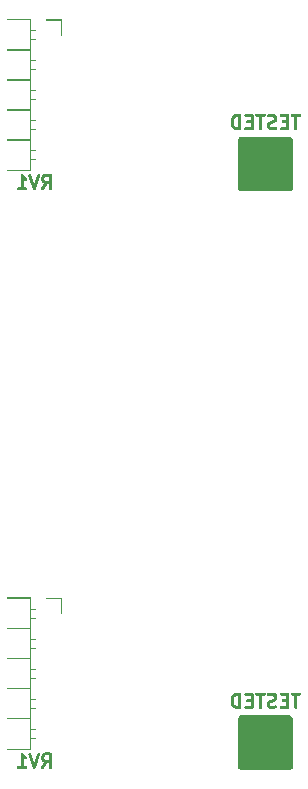
<source format=gbo>
%MOIN*%
%OFA0B0*%
%FSLAX36Y36*%
%IPPOS*%
%LPD*%
%LPD*%
G36*
X001190944Y000648567D02*
G01*
X001191673Y000648683D01*
X001192332Y000649019D01*
X001192855Y000649541D01*
X001193190Y000650199D01*
X001193306Y000650929D01*
X001193190Y000651660D01*
X001192855Y000652318D01*
X001192332Y000652841D01*
X001191673Y000653175D01*
X001190944Y000653292D01*
X001140943Y000653292D01*
X001140213Y000653175D01*
X001139555Y000652841D01*
X001139032Y000652318D01*
X001138697Y000651660D01*
X001138581Y000650929D01*
X001138697Y000650199D01*
X001139032Y000649541D01*
X001139555Y000649019D01*
X001140213Y000648683D01*
X001140943Y000648567D01*
X001190944Y000648567D01*
G37*
G36*
X001190944Y000598567D02*
G01*
X001191673Y000598684D01*
X001192332Y000599018D01*
X001192855Y000599541D01*
X001193190Y000600200D01*
X001193306Y000600930D01*
X001193306Y000650929D01*
X001193190Y000651660D01*
X001192855Y000652318D01*
X001192332Y000652841D01*
X001191673Y000653175D01*
X001190944Y000653292D01*
X001190213Y000653175D01*
X001189555Y000652841D01*
X001189032Y000652318D01*
X001188697Y000651660D01*
X001188581Y000650929D01*
X001188581Y000600930D01*
X001188697Y000600200D01*
X001189032Y000599541D01*
X001189555Y000599018D01*
X001190213Y000598684D01*
X001190944Y000598567D01*
G37*
G36*
X001105116Y000183606D02*
G01*
X001105847Y000183723D01*
X001106505Y000184058D01*
X001107028Y000184580D01*
X001107363Y000185239D01*
X001107479Y000185969D01*
X001107363Y000186699D01*
X001107028Y000187357D01*
X001106505Y000187880D01*
X001105847Y000188216D01*
X001105116Y000188330D01*
X001088188Y000188330D01*
X001087457Y000188216D01*
X001086799Y000187880D01*
X001086276Y000187357D01*
X001085941Y000186699D01*
X001085826Y000185969D01*
X001085941Y000185239D01*
X001086276Y000184580D01*
X001086799Y000184058D01*
X001087457Y000183723D01*
X001088188Y000183606D01*
X001105116Y000183606D01*
G37*
G36*
X001105116Y000213528D02*
G01*
X001105847Y000213643D01*
X001106505Y000213979D01*
X001107028Y000214502D01*
X001107363Y000215159D01*
X001107479Y000215890D01*
X001107363Y000216621D01*
X001107028Y000217278D01*
X001106505Y000217802D01*
X001105847Y000218137D01*
X001105116Y000218252D01*
X001088188Y000218252D01*
X001087457Y000218137D01*
X001086799Y000217802D01*
X001086276Y000217278D01*
X001085941Y000216621D01*
X001085826Y000215890D01*
X001085941Y000215159D01*
X001086276Y000214502D01*
X001086799Y000213979D01*
X001087457Y000213643D01*
X001088188Y000213528D01*
X001105116Y000213528D01*
G37*
G36*
X001088188Y000248567D02*
G01*
X001088918Y000248684D01*
X001089576Y000249017D01*
X001090099Y000249541D01*
X001090434Y000250199D01*
X001090550Y000250929D01*
X001090434Y000251660D01*
X001090099Y000252318D01*
X001089576Y000252840D01*
X001088918Y000253176D01*
X001088188Y000253292D01*
X001010944Y000253292D01*
X001010944Y000248567D01*
X001088188Y000248567D01*
G37*
G36*
X001088188Y000146205D02*
G01*
X001088918Y000146321D01*
X001089576Y000146656D01*
X001090099Y000147179D01*
X001090434Y000147837D01*
X001090550Y000148567D01*
X001090434Y000149298D01*
X001090099Y000149956D01*
X001089576Y000150479D01*
X001088918Y000150815D01*
X001088188Y000150930D01*
X001010944Y000150930D01*
X001010944Y000146205D01*
X001088188Y000146205D01*
G37*
G36*
X001088188Y000146205D02*
G01*
X001088918Y000146321D01*
X001089576Y000146656D01*
X001090099Y000147179D01*
X001090434Y000147837D01*
X001090550Y000148567D01*
X001090550Y000250929D01*
X001090434Y000251660D01*
X001090099Y000252318D01*
X001089576Y000252840D01*
X001088918Y000253176D01*
X001088188Y000253292D01*
X001087457Y000253176D01*
X001086799Y000252840D01*
X001086276Y000252318D01*
X001085941Y000251660D01*
X001085826Y000250929D01*
X001085826Y000148567D01*
X001085941Y000147837D01*
X001086276Y000147179D01*
X001086799Y000146656D01*
X001087457Y000146321D01*
X001088188Y000146205D01*
G37*
G36*
X001105116Y000283606D02*
G01*
X001105847Y000283723D01*
X001106505Y000284058D01*
X001107028Y000284581D01*
X001107363Y000285240D01*
X001107479Y000285969D01*
X001107363Y000286699D01*
X001107028Y000287357D01*
X001106505Y000287880D01*
X001105847Y000288216D01*
X001105116Y000288331D01*
X001088188Y000288331D01*
X001087457Y000288216D01*
X001086799Y000287880D01*
X001086276Y000287357D01*
X001085941Y000286699D01*
X001085826Y000285969D01*
X001085941Y000285240D01*
X001086276Y000284581D01*
X001086799Y000284058D01*
X001087457Y000283723D01*
X001088188Y000283606D01*
X001105116Y000283606D01*
G37*
G36*
X001105116Y000313528D02*
G01*
X001105847Y000313643D01*
X001106505Y000313979D01*
X001107028Y000314502D01*
X001107363Y000315160D01*
X001107479Y000315890D01*
X001107363Y000316621D01*
X001107028Y000317278D01*
X001106505Y000317802D01*
X001105847Y000318138D01*
X001105116Y000318253D01*
X001088188Y000318253D01*
X001087457Y000318138D01*
X001086799Y000317802D01*
X001086276Y000317278D01*
X001085941Y000316621D01*
X001085826Y000315890D01*
X001085941Y000315160D01*
X001086276Y000314502D01*
X001086799Y000313979D01*
X001087457Y000313643D01*
X001088188Y000313528D01*
X001105116Y000313528D01*
G37*
G36*
X001088188Y000348567D02*
G01*
X001088918Y000348683D01*
X001089576Y000349018D01*
X001090099Y000349541D01*
X001090434Y000350199D01*
X001090550Y000350929D01*
X001090434Y000351660D01*
X001090099Y000352318D01*
X001089576Y000352841D01*
X001088918Y000353177D01*
X001088188Y000353291D01*
X001010944Y000353291D01*
X001010944Y000348567D01*
X001088188Y000348567D01*
G37*
G36*
X001088188Y000248567D02*
G01*
X001088918Y000248684D01*
X001089576Y000249017D01*
X001090099Y000249541D01*
X001090434Y000250199D01*
X001090550Y000250929D01*
X001090434Y000251660D01*
X001090099Y000252318D01*
X001089576Y000252840D01*
X001088918Y000253176D01*
X001088188Y000253292D01*
X001010944Y000253292D01*
X001010944Y000248567D01*
X001088188Y000248567D01*
G37*
G36*
X001088188Y000248567D02*
G01*
X001088918Y000248684D01*
X001089576Y000249017D01*
X001090099Y000249541D01*
X001090434Y000250199D01*
X001090550Y000250929D01*
X001090550Y000350929D01*
X001090434Y000351660D01*
X001090099Y000352318D01*
X001089576Y000352841D01*
X001088918Y000353177D01*
X001088188Y000353291D01*
X001087457Y000353177D01*
X001086799Y000352841D01*
X001086276Y000352318D01*
X001085941Y000351660D01*
X001085826Y000350929D01*
X001085826Y000250929D01*
X001085941Y000250199D01*
X001086276Y000249541D01*
X001086799Y000249017D01*
X001087457Y000248684D01*
X001088188Y000248567D01*
G37*
G36*
X001105116Y000383606D02*
G01*
X001105847Y000383722D01*
X001106505Y000384058D01*
X001107028Y000384581D01*
X001107363Y000385239D01*
X001107479Y000385969D01*
X001107363Y000386699D01*
X001107028Y000387357D01*
X001106505Y000387880D01*
X001105847Y000388215D01*
X001105116Y000388331D01*
X001088188Y000388331D01*
X001087457Y000388215D01*
X001086799Y000387880D01*
X001086276Y000387357D01*
X001085941Y000386699D01*
X001085826Y000385969D01*
X001085941Y000385239D01*
X001086276Y000384581D01*
X001086799Y000384058D01*
X001087457Y000383722D01*
X001088188Y000383606D01*
X001105116Y000383606D01*
G37*
G36*
X001105116Y000413528D02*
G01*
X001105847Y000413643D01*
X001106505Y000413979D01*
X001107028Y000414502D01*
X001107363Y000415160D01*
X001107479Y000415890D01*
X001107363Y000416621D01*
X001107028Y000417277D01*
X001106505Y000417802D01*
X001105847Y000418137D01*
X001105116Y000418252D01*
X001088188Y000418252D01*
X001087457Y000418137D01*
X001086799Y000417802D01*
X001086276Y000417277D01*
X001085941Y000416621D01*
X001085826Y000415890D01*
X001085941Y000415160D01*
X001086276Y000414502D01*
X001086799Y000413979D01*
X001087457Y000413643D01*
X001088188Y000413528D01*
X001105116Y000413528D01*
G37*
G36*
X001088188Y000448567D02*
G01*
X001088918Y000448683D01*
X001089576Y000449018D01*
X001090099Y000449542D01*
X001090434Y000450199D01*
X001090550Y000450928D01*
X001090434Y000451660D01*
X001090099Y000452318D01*
X001089576Y000452841D01*
X001088918Y000453177D01*
X001088188Y000453292D01*
X001010944Y000453292D01*
X001010944Y000448567D01*
X001088188Y000448567D01*
G37*
G36*
X001088188Y000348567D02*
G01*
X001088918Y000348683D01*
X001089576Y000349018D01*
X001090099Y000349541D01*
X001090434Y000350199D01*
X001090550Y000350929D01*
X001090434Y000351660D01*
X001090099Y000352318D01*
X001089576Y000352841D01*
X001088918Y000353177D01*
X001088188Y000353291D01*
X001010944Y000353291D01*
X001010944Y000348567D01*
X001088188Y000348567D01*
G37*
G36*
X001088188Y000348567D02*
G01*
X001088918Y000348683D01*
X001089576Y000349018D01*
X001090099Y000349541D01*
X001090434Y000350199D01*
X001090550Y000350929D01*
X001090550Y000450928D01*
X001090434Y000451660D01*
X001090099Y000452318D01*
X001089576Y000452841D01*
X001088918Y000453177D01*
X001088188Y000453292D01*
X001087457Y000453177D01*
X001086799Y000452841D01*
X001086276Y000452318D01*
X001085941Y000451660D01*
X001085826Y000450928D01*
X001085826Y000350929D01*
X001085941Y000350199D01*
X001086276Y000349541D01*
X001086799Y000349018D01*
X001087457Y000348683D01*
X001088188Y000348567D01*
G37*
G36*
X001105116Y000483605D02*
G01*
X001105847Y000483722D01*
X001106505Y000484058D01*
X001107028Y000484581D01*
X001107363Y000485239D01*
X001107479Y000485969D01*
X001107363Y000486699D01*
X001107028Y000487357D01*
X001106505Y000487880D01*
X001105847Y000488216D01*
X001105116Y000488332D01*
X001088188Y000488332D01*
X001087457Y000488216D01*
X001086799Y000487880D01*
X001086276Y000487357D01*
X001085941Y000486699D01*
X001085826Y000485969D01*
X001085941Y000485239D01*
X001086276Y000484581D01*
X001086799Y000484058D01*
X001087457Y000483722D01*
X001088188Y000483605D01*
X001105116Y000483605D01*
G37*
G36*
X001105116Y000513528D02*
G01*
X001105847Y000513642D01*
X001106505Y000513978D01*
X001107028Y000514502D01*
X001107363Y000515159D01*
X001107479Y000515889D01*
X001107363Y000516619D01*
X001107028Y000517279D01*
X001106505Y000517802D01*
X001105847Y000518136D01*
X001105116Y000518252D01*
X001088188Y000518252D01*
X001087457Y000518136D01*
X001086799Y000517802D01*
X001086276Y000517279D01*
X001085941Y000516619D01*
X001085826Y000515889D01*
X001085941Y000515159D01*
X001086276Y000514502D01*
X001086799Y000513978D01*
X001087457Y000513642D01*
X001088188Y000513528D01*
X001105116Y000513528D01*
G37*
G36*
X001088188Y000548567D02*
G01*
X001088918Y000548683D01*
X001089576Y000549019D01*
X001090099Y000549542D01*
X001090434Y000550199D01*
X001090550Y000550929D01*
X001090434Y000551660D01*
X001090099Y000552318D01*
X001089576Y000552841D01*
X001088918Y000553176D01*
X001088188Y000553291D01*
X001010944Y000553291D01*
X001010944Y000548567D01*
X001088188Y000548567D01*
G37*
G36*
X001088188Y000448567D02*
G01*
X001088918Y000448683D01*
X001089576Y000449018D01*
X001090099Y000449542D01*
X001090434Y000450199D01*
X001090550Y000450928D01*
X001090434Y000451660D01*
X001090099Y000452318D01*
X001089576Y000452841D01*
X001088918Y000453177D01*
X001088188Y000453292D01*
X001010944Y000453292D01*
X001010944Y000448567D01*
X001088188Y000448567D01*
G37*
G36*
X001088188Y000448567D02*
G01*
X001088918Y000448683D01*
X001089576Y000449018D01*
X001090099Y000449542D01*
X001090434Y000450199D01*
X001090550Y000450928D01*
X001090550Y000550929D01*
X001090434Y000551660D01*
X001090099Y000552318D01*
X001089576Y000552841D01*
X001088918Y000553176D01*
X001088188Y000553291D01*
X001087457Y000553176D01*
X001086799Y000552841D01*
X001086276Y000552318D01*
X001085941Y000551660D01*
X001085826Y000550929D01*
X001085826Y000450928D01*
X001085941Y000450199D01*
X001086276Y000449542D01*
X001086799Y000449018D01*
X001087457Y000448683D01*
X001088188Y000448567D01*
G37*
G36*
X001105116Y000583607D02*
G01*
X001105847Y000583722D01*
X001106505Y000584058D01*
X001107028Y000584581D01*
X001107363Y000585239D01*
X001107479Y000585969D01*
X001107363Y000586700D01*
X001107028Y000587357D01*
X001106505Y000587880D01*
X001105847Y000588215D01*
X001105116Y000588332D01*
X001088188Y000588332D01*
X001087457Y000588215D01*
X001086799Y000587880D01*
X001086276Y000587357D01*
X001085941Y000586700D01*
X001085826Y000585969D01*
X001085941Y000585239D01*
X001086276Y000584581D01*
X001086799Y000584058D01*
X001087457Y000583722D01*
X001088188Y000583607D01*
X001105116Y000583607D01*
G37*
G36*
X001105116Y000613528D02*
G01*
X001105847Y000613644D01*
X001106505Y000613979D01*
X001107028Y000614502D01*
X001107363Y000615160D01*
X001107479Y000615890D01*
X001107363Y000616620D01*
X001107028Y000617279D01*
X001106505Y000617801D01*
X001105847Y000618137D01*
X001105116Y000618253D01*
X001088188Y000618253D01*
X001087457Y000618137D01*
X001086799Y000617801D01*
X001086276Y000617279D01*
X001085941Y000616620D01*
X001085826Y000615890D01*
X001085941Y000615160D01*
X001086276Y000614502D01*
X001086799Y000613979D01*
X001087457Y000613644D01*
X001088188Y000613528D01*
X001105116Y000613528D01*
G37*
G36*
X001088188Y000650929D02*
G01*
X001088918Y000651045D01*
X001089576Y000651380D01*
X001090099Y000651904D01*
X001090434Y000652562D01*
X001090550Y000653291D01*
X001090434Y000654022D01*
X001090099Y000654680D01*
X001089576Y000655203D01*
X001088918Y000655539D01*
X001088188Y000655654D01*
X001010944Y000655654D01*
X001010944Y000650929D01*
X001088188Y000650929D01*
G37*
G36*
X001088188Y000548567D02*
G01*
X001088918Y000548683D01*
X001089576Y000549019D01*
X001090099Y000549542D01*
X001090434Y000550199D01*
X001090550Y000550929D01*
X001090434Y000551660D01*
X001090099Y000552318D01*
X001089576Y000552841D01*
X001088918Y000553176D01*
X001088188Y000553291D01*
X001010944Y000553291D01*
X001010944Y000548567D01*
X001088188Y000548567D01*
G37*
G36*
X001088188Y000548567D02*
G01*
X001088918Y000548683D01*
X001089576Y000549019D01*
X001090099Y000549542D01*
X001090434Y000550199D01*
X001090550Y000550929D01*
X001090550Y000653291D01*
X001090434Y000654022D01*
X001090099Y000654680D01*
X001089576Y000655203D01*
X001088918Y000655539D01*
X001088188Y000655654D01*
X001087457Y000655539D01*
X001086799Y000655203D01*
X001086276Y000654680D01*
X001085941Y000654022D01*
X001085826Y000653291D01*
X001085826Y000550929D01*
X001085941Y000550199D01*
X001086276Y000549542D01*
X001086799Y000549019D01*
X001087457Y000548683D01*
X001088188Y000548567D01*
G37*
G36*
X001949684Y000099079D02*
G01*
X001953638Y000099705D01*
X001957205Y000101522D01*
X001960035Y000104354D01*
X001961853Y000107921D01*
X001962479Y000111874D01*
X001961853Y000115829D01*
X001960035Y000119395D01*
X001957205Y000122226D01*
X001953638Y000124043D01*
X001949684Y000124669D01*
X001792204Y000124669D01*
X001788249Y000124043D01*
X001784682Y000122226D01*
X001781851Y000119395D01*
X001780033Y000115829D01*
X001779408Y000111874D01*
X001780033Y000107921D01*
X001781851Y000104354D01*
X001784682Y000101522D01*
X001788249Y000099705D01*
X001792204Y000099079D01*
X001949684Y000099079D01*
G37*
G36*
X001792204Y000099079D02*
G01*
X001796157Y000099705D01*
X001799724Y000101522D01*
X001802555Y000104354D01*
X001804373Y000107921D01*
X001804999Y000111874D01*
X001804999Y000131559D01*
X001804373Y000135514D01*
X001802555Y000139080D01*
X001799724Y000141911D01*
X001796157Y000143729D01*
X001792204Y000144355D01*
X001788249Y000143729D01*
X001784682Y000141911D01*
X001781851Y000139080D01*
X001780033Y000135514D01*
X001779408Y000131559D01*
X001779408Y000111874D01*
X001780033Y000107921D01*
X001781851Y000104354D01*
X001784682Y000101522D01*
X001788249Y000099705D01*
X001792204Y000099079D01*
G37*
G36*
X001949684Y000118764D02*
G01*
X001953638Y000119390D01*
X001957205Y000121208D01*
X001960035Y000124039D01*
X001961853Y000127606D01*
X001962479Y000131559D01*
X001961853Y000135514D01*
X001960035Y000139080D01*
X001957205Y000141911D01*
X001953638Y000143729D01*
X001949684Y000144355D01*
X001792204Y000144355D01*
X001788249Y000143729D01*
X001784682Y000141911D01*
X001781851Y000139080D01*
X001780033Y000135514D01*
X001779408Y000131559D01*
X001780033Y000127606D01*
X001781851Y000124039D01*
X001784682Y000121208D01*
X001788249Y000119390D01*
X001792204Y000118764D01*
X001949684Y000118764D01*
G37*
G36*
X001949684Y000118764D02*
G01*
X001953638Y000119390D01*
X001957205Y000121208D01*
X001960035Y000124039D01*
X001961853Y000127606D01*
X001962479Y000131559D01*
X001962479Y000151244D01*
X001961853Y000155199D01*
X001960035Y000158765D01*
X001957205Y000161595D01*
X001953638Y000163414D01*
X001949684Y000164040D01*
X001945730Y000163414D01*
X001942163Y000161595D01*
X001939332Y000158765D01*
X001937514Y000155199D01*
X001936888Y000151244D01*
X001936888Y000131559D01*
X001937514Y000127606D01*
X001939332Y000124039D01*
X001942163Y000121208D01*
X001945730Y000119390D01*
X001949684Y000118764D01*
G37*
G36*
X001949684Y000138449D02*
G01*
X001953638Y000139075D01*
X001957205Y000140893D01*
X001960035Y000143724D01*
X001961853Y000147291D01*
X001962479Y000151244D01*
X001961853Y000155199D01*
X001960035Y000158765D01*
X001957205Y000161595D01*
X001953638Y000163414D01*
X001949684Y000164040D01*
X001929999Y000164040D01*
X001926045Y000163414D01*
X001922478Y000161595D01*
X001919647Y000158765D01*
X001917829Y000155199D01*
X001917203Y000151244D01*
X001917829Y000147291D01*
X001919647Y000143724D01*
X001922478Y000140893D01*
X001926045Y000139075D01*
X001929999Y000138449D01*
X001949684Y000138449D01*
G37*
G36*
X001929999Y000138449D02*
G01*
X001933953Y000139075D01*
X001937520Y000140893D01*
X001940350Y000143724D01*
X001942168Y000147291D01*
X001942794Y000151244D01*
X001942168Y000155199D01*
X001940350Y000158765D01*
X001937520Y000161595D01*
X001933953Y000163414D01*
X001929999Y000164040D01*
X001792204Y000164040D01*
X001788249Y000163414D01*
X001784682Y000161595D01*
X001781851Y000158765D01*
X001780033Y000155199D01*
X001779408Y000151244D01*
X001780033Y000147291D01*
X001781851Y000143724D01*
X001784682Y000140893D01*
X001788249Y000139075D01*
X001792204Y000138449D01*
X001929999Y000138449D01*
G37*
G36*
X001792204Y000138449D02*
G01*
X001796157Y000139075D01*
X001799724Y000140893D01*
X001802555Y000143724D01*
X001804373Y000147291D01*
X001804999Y000151244D01*
X001804999Y000170929D01*
X001804373Y000174884D01*
X001802555Y000178451D01*
X001799724Y000181281D01*
X001796157Y000183099D01*
X001792204Y000183724D01*
X001788249Y000183099D01*
X001784682Y000181281D01*
X001781851Y000178451D01*
X001780033Y000174884D01*
X001779408Y000170929D01*
X001779408Y000151244D01*
X001780033Y000147291D01*
X001781851Y000143724D01*
X001784682Y000140893D01*
X001788249Y000139075D01*
X001792204Y000138449D01*
G37*
G36*
X001949684Y000158134D02*
G01*
X001953638Y000158760D01*
X001957205Y000160578D01*
X001960035Y000163409D01*
X001961853Y000166976D01*
X001962479Y000170929D01*
X001961853Y000174884D01*
X001960035Y000178451D01*
X001957205Y000181281D01*
X001953638Y000183099D01*
X001949684Y000183724D01*
X001792204Y000183724D01*
X001788249Y000183099D01*
X001784682Y000181281D01*
X001781851Y000178451D01*
X001780033Y000174884D01*
X001779408Y000170929D01*
X001780033Y000166976D01*
X001781851Y000163409D01*
X001784682Y000160578D01*
X001788249Y000158760D01*
X001792204Y000158134D01*
X001949684Y000158134D01*
G37*
G36*
X001949684Y000158134D02*
G01*
X001953638Y000158760D01*
X001957205Y000160578D01*
X001960035Y000163409D01*
X001961853Y000166976D01*
X001962479Y000170929D01*
X001962479Y000190614D01*
X001961853Y000194569D01*
X001960035Y000198136D01*
X001957205Y000200966D01*
X001953638Y000202784D01*
X001949684Y000203410D01*
X001945730Y000202784D01*
X001942163Y000200966D01*
X001939332Y000198136D01*
X001937514Y000194569D01*
X001936888Y000190614D01*
X001936888Y000170929D01*
X001937514Y000166976D01*
X001939332Y000163409D01*
X001942163Y000160578D01*
X001945730Y000158760D01*
X001949684Y000158134D01*
G37*
G36*
X001949684Y000177819D02*
G01*
X001953638Y000178445D01*
X001957205Y000180263D01*
X001960035Y000183094D01*
X001961853Y000186661D01*
X001962479Y000190614D01*
X001961853Y000194569D01*
X001960035Y000198136D01*
X001957205Y000200966D01*
X001953638Y000202784D01*
X001949684Y000203410D01*
X001792204Y000203410D01*
X001788249Y000202784D01*
X001784682Y000200966D01*
X001781851Y000198136D01*
X001780033Y000194569D01*
X001779408Y000190614D01*
X001780033Y000186661D01*
X001781851Y000183094D01*
X001784682Y000180263D01*
X001788249Y000178445D01*
X001792204Y000177819D01*
X001949684Y000177819D01*
G37*
G36*
X001792204Y000177819D02*
G01*
X001796157Y000178445D01*
X001799724Y000180263D01*
X001802555Y000183094D01*
X001804373Y000186661D01*
X001804999Y000190614D01*
X001804999Y000210299D01*
X001804373Y000214254D01*
X001802555Y000217821D01*
X001799724Y000220651D01*
X001796157Y000222469D01*
X001792204Y000223094D01*
X001788249Y000222469D01*
X001784682Y000220651D01*
X001781851Y000217821D01*
X001780033Y000214254D01*
X001779408Y000210299D01*
X001779408Y000190614D01*
X001780033Y000186661D01*
X001781851Y000183094D01*
X001784682Y000180263D01*
X001788249Y000178445D01*
X001792204Y000177819D01*
G37*
G36*
X001949684Y000197504D02*
G01*
X001953638Y000198130D01*
X001957205Y000199947D01*
X001960035Y000202779D01*
X001961853Y000206346D01*
X001962479Y000210299D01*
X001961853Y000214254D01*
X001960035Y000217821D01*
X001957205Y000220651D01*
X001953638Y000222469D01*
X001949684Y000223094D01*
X001792204Y000223094D01*
X001788249Y000222469D01*
X001784682Y000220651D01*
X001781851Y000217821D01*
X001780033Y000214254D01*
X001779408Y000210299D01*
X001780033Y000206346D01*
X001781851Y000202779D01*
X001784682Y000199947D01*
X001788249Y000198130D01*
X001792204Y000197504D01*
X001949684Y000197504D01*
G37*
G36*
X001949684Y000197504D02*
G01*
X001953638Y000198130D01*
X001957205Y000199947D01*
X001960035Y000202779D01*
X001961853Y000206346D01*
X001962479Y000210299D01*
X001962479Y000229984D01*
X001961853Y000233939D01*
X001960035Y000237506D01*
X001957205Y000240336D01*
X001953638Y000242154D01*
X001949684Y000242780D01*
X001945730Y000242154D01*
X001942163Y000240336D01*
X001939332Y000237506D01*
X001937514Y000233939D01*
X001936888Y000229984D01*
X001936888Y000210299D01*
X001937514Y000206346D01*
X001939332Y000202779D01*
X001942163Y000199947D01*
X001945730Y000198130D01*
X001949684Y000197504D01*
G37*
G36*
X001949684Y000217190D02*
G01*
X001953638Y000217815D01*
X001957205Y000219633D01*
X001960035Y000222464D01*
X001961853Y000226031D01*
X001962479Y000229984D01*
X001961853Y000233939D01*
X001960035Y000237506D01*
X001957205Y000240336D01*
X001953638Y000242154D01*
X001949684Y000242780D01*
X001792204Y000242780D01*
X001788249Y000242154D01*
X001784682Y000240336D01*
X001781851Y000237506D01*
X001780033Y000233939D01*
X001779408Y000229984D01*
X001780033Y000226031D01*
X001781851Y000222464D01*
X001784682Y000219633D01*
X001788249Y000217815D01*
X001792204Y000217190D01*
X001949684Y000217190D01*
G37*
G36*
X001792204Y000217190D02*
G01*
X001796157Y000217815D01*
X001799724Y000219633D01*
X001802555Y000222464D01*
X001804373Y000226031D01*
X001804999Y000229984D01*
X001804999Y000249669D01*
X001804373Y000253624D01*
X001802555Y000257191D01*
X001799724Y000260021D01*
X001796157Y000261839D01*
X001792204Y000262465D01*
X001788249Y000261839D01*
X001784682Y000260021D01*
X001781851Y000257191D01*
X001780033Y000253624D01*
X001779408Y000249669D01*
X001779408Y000229984D01*
X001780033Y000226031D01*
X001781851Y000222464D01*
X001784682Y000219633D01*
X001788249Y000217815D01*
X001792204Y000217190D01*
G37*
G36*
X001792204Y000079394D02*
G01*
X001796157Y000080019D01*
X001799724Y000081837D01*
X001802555Y000084668D01*
X001804373Y000088236D01*
X001804999Y000092189D01*
X001804999Y000249669D01*
X001804373Y000253624D01*
X001802555Y000257191D01*
X001799724Y000260021D01*
X001796157Y000261839D01*
X001792204Y000262465D01*
X001788249Y000261839D01*
X001784682Y000260021D01*
X001781851Y000257191D01*
X001780033Y000253624D01*
X001779408Y000249669D01*
X001779408Y000092189D01*
X001780033Y000088236D01*
X001781851Y000084668D01*
X001784682Y000081837D01*
X001788249Y000080019D01*
X001792204Y000079394D01*
G37*
G36*
X001949684Y000079394D02*
G01*
X001953638Y000080019D01*
X001957205Y000081837D01*
X001960035Y000084668D01*
X001961853Y000088236D01*
X001962479Y000092189D01*
X001961853Y000096143D01*
X001960035Y000099710D01*
X001957205Y000102541D01*
X001953638Y000104359D01*
X001949684Y000104985D01*
X001792204Y000104985D01*
X001788249Y000104359D01*
X001784682Y000102541D01*
X001781851Y000099710D01*
X001780033Y000096143D01*
X001779408Y000092189D01*
X001780033Y000088236D01*
X001781851Y000084668D01*
X001784682Y000081837D01*
X001788249Y000080019D01*
X001792204Y000079394D01*
X001949684Y000079394D01*
G37*
G36*
X001949684Y000079394D02*
G01*
X001953638Y000080019D01*
X001957205Y000081837D01*
X001960035Y000084668D01*
X001961853Y000088236D01*
X001962479Y000092189D01*
X001962479Y000249669D01*
X001961853Y000253624D01*
X001960035Y000257191D01*
X001957205Y000260021D01*
X001953638Y000261839D01*
X001949684Y000262465D01*
X001945730Y000261839D01*
X001942163Y000260021D01*
X001939332Y000257191D01*
X001937514Y000253624D01*
X001936888Y000249669D01*
X001936888Y000092189D01*
X001937514Y000088236D01*
X001939332Y000084668D01*
X001942163Y000081837D01*
X001945730Y000080019D01*
X001949684Y000079394D01*
G37*
G36*
X001949684Y000236875D02*
G01*
X001953638Y000237500D01*
X001957205Y000239318D01*
X001960035Y000242149D01*
X001961853Y000245716D01*
X001962479Y000249669D01*
X001961853Y000253624D01*
X001960035Y000257191D01*
X001957205Y000260021D01*
X001953638Y000261839D01*
X001949684Y000262465D01*
X001792204Y000262465D01*
X001788249Y000261839D01*
X001784682Y000260021D01*
X001781851Y000257191D01*
X001780033Y000253624D01*
X001779408Y000249669D01*
X001780033Y000245716D01*
X001781851Y000242149D01*
X001784682Y000239318D01*
X001788249Y000237500D01*
X001792204Y000236875D01*
X001949684Y000236875D01*
G37*
G36*
X001128359Y000083446D02*
G01*
X001129905Y000083691D01*
X001131298Y000084401D01*
X001132404Y000085508D01*
X001147405Y000106936D01*
X001148114Y000108329D01*
X001148359Y000109875D01*
X001148114Y000111421D01*
X001147405Y000112814D01*
X001146298Y000113920D01*
X001144905Y000114630D01*
X001143359Y000114876D01*
X001141814Y000114630D01*
X001140420Y000113920D01*
X001139314Y000112814D01*
X001124314Y000091386D01*
X001123603Y000089992D01*
X001123359Y000088446D01*
X001123603Y000086902D01*
X001124314Y000085508D01*
X001125420Y000084401D01*
X001126814Y000083691D01*
X001128359Y000083446D01*
G37*
G36*
X001154074Y000083446D02*
G01*
X001155619Y000083691D01*
X001157012Y000084401D01*
X001158119Y000085508D01*
X001158829Y000086902D01*
X001159073Y000088446D01*
X001159073Y000133446D01*
X001158829Y000134992D01*
X001158119Y000136385D01*
X001157012Y000137491D01*
X001155619Y000138202D01*
X001154074Y000138447D01*
X001152529Y000138202D01*
X001151134Y000137491D01*
X001150029Y000136385D01*
X001149318Y000134992D01*
X001149073Y000133446D01*
X001149073Y000088446D01*
X001149318Y000086902D01*
X001150029Y000085508D01*
X001151134Y000084401D01*
X001152529Y000083691D01*
X001154074Y000083446D01*
G37*
G36*
X001154074Y000128446D02*
G01*
X001155619Y000128692D01*
X001157012Y000129400D01*
X001158119Y000130508D01*
X001158829Y000131901D01*
X001159073Y000133446D01*
X001158829Y000134992D01*
X001158119Y000136385D01*
X001157012Y000137491D01*
X001155619Y000138202D01*
X001154074Y000138447D01*
X001136931Y000138447D01*
X001135386Y000138202D01*
X001133992Y000137491D01*
X001132885Y000136385D01*
X001132175Y000134992D01*
X001131931Y000133446D01*
X001132175Y000131901D01*
X001132885Y000130508D01*
X001133992Y000129400D01*
X001135386Y000128692D01*
X001136931Y000128446D01*
X001154074Y000128446D01*
G37*
G36*
X001132645Y000126303D02*
G01*
X001134190Y000126548D01*
X001138475Y000128692D01*
X001139869Y000129400D01*
X001140975Y000130508D01*
X001141686Y000131901D01*
X001141930Y000133446D01*
X001141686Y000134992D01*
X001140975Y000136385D01*
X001139869Y000137491D01*
X001138475Y000138202D01*
X001136931Y000138447D01*
X001135386Y000138202D01*
X001131100Y000136059D01*
X001129706Y000135349D01*
X001128599Y000134243D01*
X001127889Y000132849D01*
X001127645Y000131303D01*
X001127889Y000129759D01*
X001128599Y000128365D01*
X001129706Y000127259D01*
X001131100Y000126548D01*
X001132645Y000126303D01*
G37*
G36*
X001130502Y000124161D02*
G01*
X001132047Y000124405D01*
X001133441Y000125116D01*
X001135584Y000127259D01*
X001136690Y000128365D01*
X001137400Y000129759D01*
X001137644Y000131303D01*
X001137400Y000132849D01*
X001136690Y000134243D01*
X001135584Y000135349D01*
X001134190Y000136059D01*
X001132645Y000136303D01*
X001131100Y000136059D01*
X001129706Y000135349D01*
X001127563Y000133206D01*
X001126457Y000132100D01*
X001125747Y000130705D01*
X001125501Y000129161D01*
X001125747Y000127616D01*
X001126457Y000126222D01*
X001127563Y000125116D01*
X001128957Y000124405D01*
X001130502Y000124161D01*
G37*
G36*
X001128359Y000119876D02*
G01*
X001129905Y000120119D01*
X001131298Y000120830D01*
X001132404Y000121936D01*
X001133114Y000123330D01*
X001135257Y000127616D01*
X001135502Y000129161D01*
X001135257Y000130705D01*
X001134548Y000132100D01*
X001133441Y000133206D01*
X001132047Y000133916D01*
X001130502Y000134161D01*
X001128957Y000133916D01*
X001127563Y000133206D01*
X001126457Y000132100D01*
X001125747Y000130705D01*
X001123603Y000126420D01*
X001123359Y000124875D01*
X001123603Y000123330D01*
X001124314Y000121936D01*
X001125420Y000120830D01*
X001126814Y000120119D01*
X001128359Y000119876D01*
G37*
G36*
X001128359Y000113447D02*
G01*
X001129905Y000113691D01*
X001131298Y000114402D01*
X001132404Y000115508D01*
X001133114Y000116902D01*
X001133358Y000118446D01*
X001133358Y000124875D01*
X001133114Y000126420D01*
X001132404Y000127814D01*
X001131298Y000128920D01*
X001129905Y000129631D01*
X001128359Y000129874D01*
X001126814Y000129631D01*
X001125420Y000128920D01*
X001124314Y000127814D01*
X001123603Y000126420D01*
X001123359Y000124875D01*
X001123359Y000118446D01*
X001123603Y000116902D01*
X001124314Y000115508D01*
X001125420Y000114402D01*
X001126814Y000113691D01*
X001128359Y000113447D01*
G37*
G36*
X001130502Y000109161D02*
G01*
X001132047Y000109406D01*
X001133441Y000110114D01*
X001134548Y000111222D01*
X001135257Y000112615D01*
X001135502Y000114161D01*
X001135257Y000115706D01*
X001133114Y000119992D01*
X001132404Y000121386D01*
X001131298Y000122492D01*
X001129905Y000123202D01*
X001128359Y000123446D01*
X001126814Y000123202D01*
X001125420Y000122492D01*
X001124314Y000121386D01*
X001123603Y000119992D01*
X001123359Y000118446D01*
X001123603Y000116902D01*
X001125747Y000112615D01*
X001126457Y000111222D01*
X001127563Y000110114D01*
X001128957Y000109406D01*
X001130502Y000109161D01*
G37*
G36*
X001132645Y000107018D02*
G01*
X001134190Y000107262D01*
X001135584Y000107973D01*
X001136690Y000109079D01*
X001137400Y000110473D01*
X001137644Y000112019D01*
X001137400Y000113563D01*
X001136690Y000114957D01*
X001134548Y000117099D01*
X001134548Y000117100D01*
X001133441Y000118206D01*
X001132047Y000118916D01*
X001130502Y000119161D01*
X001128957Y000118916D01*
X001127563Y000118206D01*
X001126457Y000117100D01*
X001125747Y000115706D01*
X001125501Y000114161D01*
X001125747Y000112615D01*
X001126457Y000111222D01*
X001129706Y000107973D01*
X001131100Y000107262D01*
X001132645Y000107018D01*
G37*
G36*
X001136931Y000104875D02*
G01*
X001138475Y000105120D01*
X001139869Y000105830D01*
X001140975Y000106936D01*
X001141686Y000108329D01*
X001141930Y000109875D01*
X001141686Y000111421D01*
X001140975Y000112814D01*
X001139869Y000113920D01*
X001138475Y000114630D01*
X001134190Y000116773D01*
X001132645Y000117018D01*
X001131100Y000116773D01*
X001129706Y000116062D01*
X001128599Y000114957D01*
X001127889Y000113563D01*
X001127645Y000112019D01*
X001127889Y000110473D01*
X001128599Y000109079D01*
X001129706Y000107973D01*
X001131100Y000107262D01*
X001135386Y000105120D01*
X001136931Y000104875D01*
G37*
G36*
X001154074Y000104875D02*
G01*
X001155619Y000105120D01*
X001157012Y000105830D01*
X001158119Y000106936D01*
X001158829Y000108329D01*
X001159073Y000109875D01*
X001158829Y000111421D01*
X001158119Y000112814D01*
X001157012Y000113920D01*
X001155619Y000114630D01*
X001154074Y000114876D01*
X001136931Y000114876D01*
X001135386Y000114630D01*
X001133992Y000113920D01*
X001132885Y000112814D01*
X001132175Y000111421D01*
X001131931Y000109875D01*
X001132175Y000108329D01*
X001132885Y000106936D01*
X001133992Y000105830D01*
X001135386Y000105120D01*
X001136931Y000104875D01*
X001154074Y000104875D01*
G37*
G36*
X001100502Y000083446D02*
G01*
X001102047Y000083691D01*
X001103441Y000084401D01*
X001104547Y000085508D01*
X001105257Y000086902D01*
X001120257Y000131901D01*
X001120502Y000133446D01*
X001120257Y000134992D01*
X001119547Y000136385D01*
X001118441Y000137491D01*
X001117048Y000138202D01*
X001115502Y000138447D01*
X001113957Y000138202D01*
X001112563Y000137491D01*
X001111457Y000136385D01*
X001110747Y000134992D01*
X001095747Y000089992D01*
X001095502Y000088446D01*
X001095747Y000086902D01*
X001096457Y000085508D01*
X001097563Y000084401D01*
X001098957Y000083691D01*
X001100502Y000083446D01*
G37*
G36*
X001100502Y000083446D02*
G01*
X001102047Y000083691D01*
X001103441Y000084401D01*
X001104547Y000085508D01*
X001105257Y000086902D01*
X001105502Y000088446D01*
X001105257Y000089992D01*
X001090257Y000134992D01*
X001089547Y000136385D01*
X001088441Y000137491D01*
X001087047Y000138202D01*
X001085502Y000138447D01*
X001083957Y000138202D01*
X001082563Y000137491D01*
X001081457Y000136385D01*
X001080747Y000134992D01*
X001080502Y000133446D01*
X001080747Y000131901D01*
X001095747Y000086902D01*
X001096457Y000085508D01*
X001097563Y000084401D01*
X001098957Y000083691D01*
X001100502Y000083446D01*
G37*
G36*
X001072645Y000083446D02*
G01*
X001074190Y000083691D01*
X001075584Y000084401D01*
X001076689Y000085508D01*
X001077399Y000086902D01*
X001077645Y000088446D01*
X001077399Y000089992D01*
X001076689Y000091386D01*
X001075584Y000092492D01*
X001074190Y000093201D01*
X001072645Y000093446D01*
X001046931Y000093446D01*
X001045385Y000093201D01*
X001043992Y000092492D01*
X001042885Y000091386D01*
X001042175Y000089992D01*
X001041930Y000088446D01*
X001042175Y000086902D01*
X001042885Y000085508D01*
X001043992Y000084401D01*
X001045385Y000083691D01*
X001046931Y000083446D01*
X001072645Y000083446D01*
G37*
G36*
X001059788Y000083446D02*
G01*
X001061333Y000083691D01*
X001062726Y000084401D01*
X001063833Y000085508D01*
X001064543Y000086902D01*
X001064788Y000088446D01*
X001064788Y000133446D01*
X001064543Y000134992D01*
X001063833Y000136385D01*
X001062726Y000137491D01*
X001061333Y000138202D01*
X001059788Y000138447D01*
X001058243Y000138202D01*
X001056849Y000137491D01*
X001055743Y000136385D01*
X001055033Y000134992D01*
X001054788Y000133446D01*
X001054788Y000088446D01*
X001055033Y000086902D01*
X001055743Y000085508D01*
X001056849Y000084401D01*
X001058243Y000083691D01*
X001059788Y000083446D01*
G37*
G36*
X001064074Y000122018D02*
G01*
X001065618Y000122263D01*
X001067012Y000122973D01*
X001068119Y000124080D01*
X001068829Y000125472D01*
X001069073Y000127017D01*
X001068829Y000128563D01*
X001068119Y000129957D01*
X001063833Y000136385D01*
X001062726Y000137491D01*
X001061333Y000138202D01*
X001059788Y000138447D01*
X001058243Y000138202D01*
X001056849Y000137491D01*
X001055743Y000136385D01*
X001055033Y000134992D01*
X001054788Y000133446D01*
X001055033Y000131901D01*
X001055743Y000130508D01*
X001060029Y000124080D01*
X001061135Y000122973D01*
X001062529Y000122263D01*
X001064074Y000122018D01*
G37*
G36*
X001068359Y000117732D02*
G01*
X001069904Y000117978D01*
X001071298Y000118687D01*
X001072405Y000119793D01*
X001073115Y000121187D01*
X001073359Y000122733D01*
X001073115Y000124277D01*
X001072405Y000125671D01*
X001068119Y000129957D01*
X001067012Y000131063D01*
X001065618Y000131773D01*
X001064074Y000132018D01*
X001062529Y000131773D01*
X001061135Y000131063D01*
X001060029Y000129957D01*
X001059318Y000128563D01*
X001059074Y000127017D01*
X001059318Y000125472D01*
X001060029Y000124080D01*
X001065420Y000118687D01*
X001066814Y000117978D01*
X001068359Y000117732D01*
G37*
G36*
X001072645Y000115588D02*
G01*
X001074190Y000115834D01*
X001075584Y000116545D01*
X001076689Y000117651D01*
X001077399Y000119044D01*
X001077645Y000120589D01*
X001077399Y000122134D01*
X001076689Y000123528D01*
X001075584Y000124635D01*
X001074190Y000125345D01*
X001069904Y000127487D01*
X001068359Y000127733D01*
X001066814Y000127487D01*
X001065420Y000126777D01*
X001064314Y000125671D01*
X001063604Y000124277D01*
X001063358Y000122733D01*
X001063604Y000121187D01*
X001064314Y000119793D01*
X001065420Y000118687D01*
X001066814Y000117978D01*
X001071099Y000115834D01*
X001072645Y000115588D01*
G37*
G36*
X001985586Y000328368D02*
G01*
X001987131Y000328612D01*
X001988525Y000329323D01*
X001989631Y000330429D01*
X001990342Y000331823D01*
X001990586Y000333367D01*
X001990342Y000334913D01*
X001989631Y000336307D01*
X001988525Y000337413D01*
X001987131Y000338122D01*
X001985586Y000338367D01*
X001959872Y000338367D01*
X001958327Y000338122D01*
X001956933Y000337413D01*
X001955827Y000336307D01*
X001955116Y000334913D01*
X001954872Y000333367D01*
X001955116Y000331823D01*
X001955827Y000330429D01*
X001956933Y000329323D01*
X001958327Y000328612D01*
X001959872Y000328368D01*
X001985586Y000328368D01*
G37*
G36*
X001972729Y000283368D02*
G01*
X001974273Y000283613D01*
X001975668Y000284322D01*
X001976774Y000285430D01*
X001977484Y000286823D01*
X001977729Y000288368D01*
X001977729Y000333367D01*
X001977484Y000334913D01*
X001976774Y000336307D01*
X001975668Y000337413D01*
X001974273Y000338122D01*
X001972729Y000338367D01*
X001971184Y000338122D01*
X001969789Y000337413D01*
X001968684Y000336307D01*
X001967974Y000334913D01*
X001967729Y000333367D01*
X001967729Y000288368D01*
X001967974Y000286823D01*
X001968684Y000285430D01*
X001969789Y000284322D01*
X001971184Y000283613D01*
X001972729Y000283368D01*
G37*
G36*
X001944872Y000306939D02*
G01*
X001946418Y000307184D01*
X001947810Y000307895D01*
X001948918Y000309001D01*
X001949626Y000310395D01*
X001949872Y000311939D01*
X001949626Y000313484D01*
X001948918Y000314879D01*
X001947810Y000315985D01*
X001946418Y000316694D01*
X001944872Y000316939D01*
X001929872Y000316939D01*
X001928327Y000316694D01*
X001926933Y000315985D01*
X001925827Y000314879D01*
X001925116Y000313484D01*
X001924872Y000311939D01*
X001925116Y000310395D01*
X001925827Y000309001D01*
X001926933Y000307895D01*
X001928327Y000307184D01*
X001929872Y000306939D01*
X001944872Y000306939D01*
G37*
G36*
X001944872Y000283368D02*
G01*
X001946418Y000283613D01*
X001947810Y000284322D01*
X001948918Y000285430D01*
X001949626Y000286823D01*
X001949872Y000288368D01*
X001949626Y000289913D01*
X001948918Y000291306D01*
X001947810Y000292413D01*
X001946418Y000293123D01*
X001944872Y000293368D01*
X001923444Y000293368D01*
X001921899Y000293123D01*
X001920505Y000292413D01*
X001919398Y000291306D01*
X001918688Y000289913D01*
X001918444Y000288368D01*
X001918688Y000286823D01*
X001919398Y000285430D01*
X001920505Y000284322D01*
X001921899Y000283613D01*
X001923444Y000283368D01*
X001944872Y000283368D01*
G37*
G36*
X001944872Y000283368D02*
G01*
X001946418Y000283613D01*
X001947810Y000284322D01*
X001948918Y000285430D01*
X001949626Y000286823D01*
X001949872Y000288368D01*
X001949872Y000333367D01*
X001949626Y000334913D01*
X001948918Y000336307D01*
X001947810Y000337413D01*
X001946418Y000338122D01*
X001944872Y000338367D01*
X001943326Y000338122D01*
X001941933Y000337413D01*
X001940826Y000336307D01*
X001940117Y000334913D01*
X001939871Y000333367D01*
X001939871Y000288368D01*
X001940117Y000286823D01*
X001940826Y000285430D01*
X001941933Y000284322D01*
X001943326Y000283613D01*
X001944872Y000283368D01*
G37*
G36*
X001944872Y000328368D02*
G01*
X001946418Y000328612D01*
X001947810Y000329323D01*
X001948918Y000330429D01*
X001949626Y000331823D01*
X001949872Y000333367D01*
X001949626Y000334913D01*
X001948918Y000336307D01*
X001947810Y000337413D01*
X001946418Y000338122D01*
X001944872Y000338367D01*
X001923444Y000338367D01*
X001921899Y000338122D01*
X001920505Y000337413D01*
X001919398Y000336307D01*
X001918688Y000334913D01*
X001918444Y000333367D01*
X001918688Y000331823D01*
X001919398Y000330429D01*
X001920505Y000329323D01*
X001921899Y000328612D01*
X001923444Y000328368D01*
X001944872Y000328368D01*
G37*
G36*
X001899872Y000283368D02*
G01*
X001901417Y000283613D01*
X001907846Y000285755D01*
X001909240Y000286466D01*
X001910346Y000287572D01*
X001911055Y000288966D01*
X001911301Y000290510D01*
X001911055Y000292056D01*
X001910346Y000293450D01*
X001909240Y000294556D01*
X001907846Y000295266D01*
X001906300Y000295510D01*
X001904756Y000295266D01*
X001898327Y000293123D01*
X001896933Y000292413D01*
X001895827Y000291306D01*
X001895117Y000289913D01*
X001894872Y000288368D01*
X001895117Y000286823D01*
X001895827Y000285430D01*
X001896933Y000284322D01*
X001898327Y000283613D01*
X001899872Y000283368D01*
G37*
G36*
X001899872Y000283368D02*
G01*
X001901417Y000283613D01*
X001902810Y000284322D01*
X001903917Y000285430D01*
X001904628Y000286823D01*
X001904872Y000288368D01*
X001904628Y000289913D01*
X001903917Y000291306D01*
X001902810Y000292413D01*
X001901417Y000293123D01*
X001899872Y000293368D01*
X001889157Y000293368D01*
X001887612Y000293123D01*
X001886219Y000292413D01*
X001885112Y000291306D01*
X001884403Y000289913D01*
X001884158Y000288368D01*
X001884403Y000286823D01*
X001885112Y000285430D01*
X001886219Y000284322D01*
X001887612Y000283613D01*
X001889157Y000283368D01*
X001899872Y000283368D01*
G37*
G36*
X001889157Y000283368D02*
G01*
X001890703Y000283613D01*
X001892097Y000284322D01*
X001893203Y000285430D01*
X001893913Y000286823D01*
X001894158Y000288368D01*
X001893913Y000289913D01*
X001893203Y000291306D01*
X001892097Y000292413D01*
X001890703Y000293123D01*
X001886418Y000295266D01*
X001884871Y000295510D01*
X001883327Y000295266D01*
X001881933Y000294556D01*
X001880827Y000293450D01*
X001880116Y000292056D01*
X001879872Y000290510D01*
X001880116Y000288966D01*
X001880827Y000287572D01*
X001881933Y000286466D01*
X001883327Y000285755D01*
X001887612Y000283613D01*
X001889157Y000283368D01*
G37*
G36*
X001884871Y000285511D02*
G01*
X001886418Y000285755D01*
X001887811Y000286466D01*
X001888918Y000287572D01*
X001889627Y000288966D01*
X001889872Y000290510D01*
X001889627Y000292056D01*
X001888918Y000293450D01*
X001885668Y000296699D01*
X001884275Y000297409D01*
X001882729Y000297653D01*
X001881185Y000297409D01*
X001879790Y000296699D01*
X001878685Y000295593D01*
X001877974Y000294199D01*
X001877728Y000292653D01*
X001877974Y000291108D01*
X001878685Y000289715D01*
X001881933Y000286466D01*
X001883327Y000285755D01*
X001884871Y000285511D01*
G37*
G36*
X001882729Y000287653D02*
G01*
X001884275Y000287898D01*
X001885668Y000288609D01*
X001886775Y000289715D01*
X001887483Y000291108D01*
X001887729Y000292653D01*
X001887483Y000294199D01*
X001885342Y000298484D01*
X001884631Y000299878D01*
X001883525Y000300984D01*
X001882130Y000301695D01*
X001880586Y000301939D01*
X001879041Y000301695D01*
X001877647Y000300984D01*
X001876541Y000299878D01*
X001875831Y000298484D01*
X001875587Y000296940D01*
X001875831Y000295394D01*
X001877974Y000291108D01*
X001878685Y000289715D01*
X001879790Y000288609D01*
X001881185Y000287898D01*
X001882729Y000287653D01*
G37*
G36*
X001880586Y000291940D02*
G01*
X001882130Y000292184D01*
X001883525Y000292894D01*
X001884631Y000294000D01*
X001885342Y000295394D01*
X001885586Y000296940D01*
X001885586Y000301225D01*
X001885342Y000302771D01*
X001884631Y000304164D01*
X001883525Y000305271D01*
X001882130Y000305980D01*
X001880586Y000306225D01*
X001879041Y000305980D01*
X001877647Y000305271D01*
X001876541Y000304164D01*
X001875831Y000302771D01*
X001875587Y000301225D01*
X001875587Y000296940D01*
X001875831Y000295394D01*
X001876541Y000294000D01*
X001877647Y000292894D01*
X001879041Y000292184D01*
X001880586Y000291940D01*
G37*
G36*
X001880586Y000296225D02*
G01*
X001882130Y000296469D01*
X001883525Y000297180D01*
X001884631Y000298286D01*
X001885342Y000299680D01*
X001887483Y000303965D01*
X001887729Y000305510D01*
X001887483Y000307056D01*
X001886775Y000308449D01*
X001885668Y000309556D01*
X001884275Y000310267D01*
X001882729Y000310511D01*
X001881185Y000310267D01*
X001879790Y000309556D01*
X001878685Y000308449D01*
X001877974Y000307056D01*
X001875831Y000302771D01*
X001875587Y000301225D01*
X001875831Y000299680D01*
X001876541Y000298286D01*
X001877647Y000297180D01*
X001879041Y000296469D01*
X001880586Y000296225D01*
G37*
G36*
X001882729Y000300510D02*
G01*
X001884275Y000300756D01*
X001885668Y000301465D01*
X001886775Y000302572D01*
X001888918Y000304714D01*
X001889627Y000306108D01*
X001889872Y000307654D01*
X001889627Y000309199D01*
X001888918Y000310592D01*
X001887811Y000311698D01*
X001886418Y000312409D01*
X001884871Y000312654D01*
X001883327Y000312409D01*
X001881933Y000311698D01*
X001880827Y000310592D01*
X001878685Y000308449D01*
X001877974Y000307056D01*
X001877728Y000305510D01*
X001877974Y000303965D01*
X001878685Y000302572D01*
X001879790Y000301465D01*
X001881185Y000300756D01*
X001882729Y000300510D01*
G37*
G36*
X001884871Y000302654D02*
G01*
X001886418Y000302899D01*
X001890703Y000305041D01*
X001892097Y000305751D01*
X001893203Y000306857D01*
X001893913Y000308251D01*
X001894158Y000309797D01*
X001893913Y000311342D01*
X001893203Y000312735D01*
X001892097Y000313842D01*
X001890703Y000314552D01*
X001889157Y000314796D01*
X001887612Y000314552D01*
X001883327Y000312409D01*
X001881933Y000311698D01*
X001880827Y000310592D01*
X001880116Y000309199D01*
X001879872Y000307654D01*
X001880116Y000306108D01*
X001880827Y000304714D01*
X001881933Y000303608D01*
X001883327Y000302899D01*
X001884871Y000302654D01*
G37*
G36*
X001889157Y000304797D02*
G01*
X001890703Y000305041D01*
X001899275Y000307184D01*
X001900668Y000307895D01*
X001901774Y000309001D01*
X001902485Y000310395D01*
X001902728Y000311939D01*
X001902485Y000313484D01*
X001901774Y000314879D01*
X001900668Y000315985D01*
X001899275Y000316694D01*
X001897729Y000316939D01*
X001896184Y000316694D01*
X001887612Y000314552D01*
X001886219Y000313842D01*
X001885112Y000312735D01*
X001884403Y000311342D01*
X001884158Y000309797D01*
X001884403Y000308251D01*
X001885112Y000306857D01*
X001886219Y000305751D01*
X001887612Y000305041D01*
X001889157Y000304797D01*
G37*
G36*
X001897729Y000306939D02*
G01*
X001899275Y000307184D01*
X001903560Y000309326D01*
X001904953Y000310037D01*
X001906060Y000311143D01*
X001906770Y000312537D01*
X001907015Y000314082D01*
X001906770Y000315627D01*
X001906060Y000317021D01*
X001904953Y000318126D01*
X001903560Y000318837D01*
X001902015Y000319083D01*
X001900468Y000318837D01*
X001896184Y000316694D01*
X001894790Y000315985D01*
X001893683Y000314879D01*
X001892973Y000313484D01*
X001892729Y000311939D01*
X001892973Y000310395D01*
X001893683Y000309001D01*
X001894790Y000307895D01*
X001896184Y000307184D01*
X001897729Y000306939D01*
G37*
G36*
X001902015Y000309082D02*
G01*
X001903560Y000309326D01*
X001904953Y000310037D01*
X001907095Y000312180D01*
X001907097Y000312180D01*
X001908203Y000313286D01*
X001908913Y000314680D01*
X001909158Y000316224D01*
X001908913Y000317770D01*
X001908203Y000319164D01*
X001907097Y000320270D01*
X001905702Y000320981D01*
X001904158Y000321225D01*
X001902613Y000320981D01*
X001901219Y000320270D01*
X001900113Y000319164D01*
X001897970Y000317021D01*
X001897260Y000315627D01*
X001897015Y000314082D01*
X001897260Y000312537D01*
X001897970Y000311143D01*
X001899075Y000310037D01*
X001900468Y000309326D01*
X001902015Y000309082D01*
G37*
G36*
X001904158Y000311225D02*
G01*
X001905702Y000311470D01*
X001907097Y000312180D01*
X001908203Y000313286D01*
X001908913Y000314680D01*
X001911055Y000318966D01*
X001911301Y000320511D01*
X001911055Y000322056D01*
X001910346Y000323449D01*
X001909240Y000324556D01*
X001907846Y000325266D01*
X001906300Y000325510D01*
X001904756Y000325266D01*
X001903361Y000324556D01*
X001902256Y000323449D01*
X001901545Y000322056D01*
X001899403Y000317770D01*
X001899158Y000316224D01*
X001899403Y000314680D01*
X001900113Y000313286D01*
X001901219Y000312180D01*
X001902613Y000311470D01*
X001904158Y000311225D01*
G37*
G36*
X001906300Y000315510D02*
G01*
X001907846Y000315755D01*
X001909240Y000316466D01*
X001910346Y000317571D01*
X001911055Y000318966D01*
X001911301Y000320511D01*
X001911301Y000324796D01*
X001911055Y000326342D01*
X001910346Y000327736D01*
X001909240Y000328841D01*
X001907846Y000329551D01*
X001906300Y000329797D01*
X001904756Y000329551D01*
X001903361Y000328841D01*
X001902256Y000327736D01*
X001901545Y000326342D01*
X001901301Y000324796D01*
X001901301Y000320511D01*
X001901545Y000318966D01*
X001902256Y000317571D01*
X001903361Y000316466D01*
X001904756Y000315755D01*
X001906300Y000315510D01*
G37*
G36*
X001906300Y000319796D02*
G01*
X001907846Y000320041D01*
X001909240Y000320751D01*
X001910346Y000321858D01*
X001911055Y000323251D01*
X001911301Y000324796D01*
X001911055Y000326342D01*
X001908913Y000330627D01*
X001908203Y000332021D01*
X001907097Y000333126D01*
X001905702Y000333838D01*
X001904158Y000334082D01*
X001902613Y000333838D01*
X001901219Y000333126D01*
X001900113Y000332021D01*
X001899403Y000330627D01*
X001899158Y000329082D01*
X001899403Y000327537D01*
X001901545Y000323251D01*
X001902256Y000321858D01*
X001903361Y000320751D01*
X001904756Y000320041D01*
X001906300Y000319796D01*
G37*
G36*
X001904158Y000324082D02*
G01*
X001905702Y000324327D01*
X001907097Y000325037D01*
X001908203Y000326143D01*
X001908913Y000327537D01*
X001909158Y000329082D01*
X001908913Y000330627D01*
X001908203Y000332021D01*
X001907095Y000333128D01*
X001906060Y000334163D01*
X001904953Y000335270D01*
X001903560Y000335980D01*
X001902015Y000336225D01*
X001900468Y000335980D01*
X001899075Y000335270D01*
X001897970Y000334163D01*
X001897260Y000332770D01*
X001897015Y000331225D01*
X001897260Y000329680D01*
X001897970Y000328287D01*
X001901219Y000325037D01*
X001902613Y000324327D01*
X001904158Y000324082D01*
G37*
G36*
X001902015Y000326225D02*
G01*
X001903560Y000326470D01*
X001904953Y000327180D01*
X001906060Y000328287D01*
X001906770Y000329680D01*
X001907015Y000331225D01*
X001906770Y000332770D01*
X001906060Y000334163D01*
X001904953Y000335270D01*
X001903560Y000335980D01*
X001899275Y000338122D01*
X001897729Y000338367D01*
X001896184Y000338122D01*
X001894790Y000337413D01*
X001893683Y000336307D01*
X001892973Y000334913D01*
X001892729Y000333367D01*
X001892973Y000331823D01*
X001893683Y000330429D01*
X001894790Y000329323D01*
X001896184Y000328612D01*
X001900468Y000326470D01*
X001902015Y000326225D01*
G37*
G36*
X001897729Y000328368D02*
G01*
X001899275Y000328612D01*
X001900668Y000329323D01*
X001901774Y000330429D01*
X001902485Y000331823D01*
X001902728Y000333367D01*
X001902485Y000334913D01*
X001901774Y000336307D01*
X001900668Y000337413D01*
X001899275Y000338122D01*
X001897729Y000338367D01*
X001887014Y000338367D01*
X001885470Y000338122D01*
X001884076Y000337413D01*
X001882970Y000336307D01*
X001882259Y000334913D01*
X001882014Y000333367D01*
X001882259Y000331823D01*
X001882970Y000330429D01*
X001884076Y000329323D01*
X001885470Y000328612D01*
X001887014Y000328368D01*
X001897729Y000328368D01*
G37*
G36*
X001880586Y000326225D02*
G01*
X001882130Y000326470D01*
X001888560Y000328612D01*
X001889954Y000329323D01*
X001891060Y000330429D01*
X001891770Y000331823D01*
X001892015Y000333367D01*
X001891770Y000334913D01*
X001891060Y000336307D01*
X001889954Y000337413D01*
X001888560Y000338122D01*
X001887014Y000338367D01*
X001885470Y000338122D01*
X001879041Y000335980D01*
X001877647Y000335270D01*
X001876541Y000334163D01*
X001875831Y000332770D01*
X001875587Y000331225D01*
X001875831Y000329680D01*
X001876541Y000328287D01*
X001877647Y000327180D01*
X001879041Y000326470D01*
X001880586Y000326225D01*
G37*
G36*
X001867729Y000328368D02*
G01*
X001869274Y000328612D01*
X001870667Y000329323D01*
X001871774Y000330429D01*
X001872485Y000331823D01*
X001872729Y000333367D01*
X001872485Y000334913D01*
X001871774Y000336307D01*
X001870667Y000337413D01*
X001869274Y000338122D01*
X001867729Y000338367D01*
X001842015Y000338367D01*
X001840470Y000338122D01*
X001839076Y000337413D01*
X001837970Y000336307D01*
X001837259Y000334913D01*
X001837015Y000333367D01*
X001837259Y000331823D01*
X001837970Y000330429D01*
X001839076Y000329323D01*
X001840470Y000328612D01*
X001842015Y000328368D01*
X001867729Y000328368D01*
G37*
G36*
X001854871Y000283368D02*
G01*
X001856418Y000283613D01*
X001857811Y000284322D01*
X001858917Y000285430D01*
X001859627Y000286823D01*
X001859872Y000288368D01*
X001859872Y000333367D01*
X001859627Y000334913D01*
X001858917Y000336307D01*
X001857811Y000337413D01*
X001856418Y000338122D01*
X001854871Y000338367D01*
X001853327Y000338122D01*
X001851933Y000337413D01*
X001850827Y000336307D01*
X001850116Y000334913D01*
X001849872Y000333367D01*
X001849872Y000288368D01*
X001850116Y000286823D01*
X001850827Y000285430D01*
X001851933Y000284322D01*
X001853327Y000283613D01*
X001854871Y000283368D01*
G37*
G36*
X001827015Y000306939D02*
G01*
X001828560Y000307184D01*
X001829954Y000307895D01*
X001831060Y000309001D01*
X001831770Y000310395D01*
X001832015Y000311939D01*
X001831770Y000313484D01*
X001831060Y000314879D01*
X001829954Y000315985D01*
X001828560Y000316694D01*
X001827015Y000316939D01*
X001812014Y000316939D01*
X001810470Y000316694D01*
X001809076Y000315985D01*
X001807970Y000314879D01*
X001807259Y000313484D01*
X001807015Y000311939D01*
X001807259Y000310395D01*
X001807970Y000309001D01*
X001809076Y000307895D01*
X001810470Y000307184D01*
X001812014Y000306939D01*
X001827015Y000306939D01*
G37*
G36*
X001827015Y000283368D02*
G01*
X001828560Y000283613D01*
X001829954Y000284322D01*
X001831060Y000285430D01*
X001831770Y000286823D01*
X001832015Y000288368D01*
X001831770Y000289913D01*
X001831060Y000291306D01*
X001829954Y000292413D01*
X001828560Y000293123D01*
X001827015Y000293368D01*
X001805587Y000293368D01*
X001804041Y000293123D01*
X001802647Y000292413D01*
X001801541Y000291306D01*
X001800831Y000289913D01*
X001800586Y000288368D01*
X001800831Y000286823D01*
X001801541Y000285430D01*
X001802647Y000284322D01*
X001804041Y000283613D01*
X001805587Y000283368D01*
X001827015Y000283368D01*
G37*
G36*
X001827015Y000283368D02*
G01*
X001828560Y000283613D01*
X001829954Y000284322D01*
X001831060Y000285430D01*
X001831770Y000286823D01*
X001832015Y000288368D01*
X001832015Y000333367D01*
X001831770Y000334913D01*
X001831060Y000336307D01*
X001829954Y000337413D01*
X001828560Y000338122D01*
X001827015Y000338367D01*
X001825470Y000338122D01*
X001824076Y000337413D01*
X001822970Y000336307D01*
X001822260Y000334913D01*
X001822015Y000333367D01*
X001822015Y000288368D01*
X001822260Y000286823D01*
X001822970Y000285430D01*
X001824076Y000284322D01*
X001825470Y000283613D01*
X001827015Y000283368D01*
G37*
G36*
X001827015Y000328368D02*
G01*
X001828560Y000328612D01*
X001829954Y000329323D01*
X001831060Y000330429D01*
X001831770Y000331823D01*
X001832015Y000333367D01*
X001831770Y000334913D01*
X001831060Y000336307D01*
X001829954Y000337413D01*
X001828560Y000338122D01*
X001827015Y000338367D01*
X001805587Y000338367D01*
X001804041Y000338122D01*
X001802647Y000337413D01*
X001801541Y000336307D01*
X001800831Y000334913D01*
X001800586Y000333367D01*
X001800831Y000331823D01*
X001801541Y000330429D01*
X001802647Y000329323D01*
X001804041Y000328612D01*
X001805587Y000328368D01*
X001827015Y000328368D01*
G37*
G36*
X001786301Y000283368D02*
G01*
X001787846Y000283613D01*
X001789239Y000284322D01*
X001790344Y000285430D01*
X001791056Y000286823D01*
X001791301Y000288368D01*
X001791301Y000333367D01*
X001791056Y000334913D01*
X001790344Y000336307D01*
X001789239Y000337413D01*
X001787846Y000338122D01*
X001786301Y000338367D01*
X001784755Y000338122D01*
X001783360Y000337413D01*
X001782255Y000336307D01*
X001781546Y000334913D01*
X001781300Y000333367D01*
X001781300Y000288368D01*
X001781546Y000286823D01*
X001782255Y000285430D01*
X001783360Y000284322D01*
X001784755Y000283613D01*
X001786301Y000283368D01*
G37*
G36*
X001786301Y000328368D02*
G01*
X001787846Y000328612D01*
X001789239Y000329323D01*
X001790344Y000330429D01*
X001791056Y000331823D01*
X001791301Y000333367D01*
X001791056Y000334913D01*
X001790344Y000336307D01*
X001789239Y000337413D01*
X001787846Y000338122D01*
X001786301Y000338367D01*
X001775587Y000338367D01*
X001774041Y000338122D01*
X001772647Y000337413D01*
X001771541Y000336307D01*
X001770831Y000334913D01*
X001770587Y000333367D01*
X001770831Y000331823D01*
X001771541Y000330429D01*
X001772647Y000329323D01*
X001774041Y000328612D01*
X001775587Y000328368D01*
X001786301Y000328368D01*
G37*
G36*
X001769158Y000326225D02*
G01*
X001770703Y000326470D01*
X001777131Y000328612D01*
X001778525Y000329323D01*
X001779631Y000330429D01*
X001780342Y000331823D01*
X001780586Y000333367D01*
X001780342Y000334913D01*
X001779631Y000336307D01*
X001778525Y000337413D01*
X001777131Y000338122D01*
X001775587Y000338367D01*
X001774041Y000338122D01*
X001767613Y000335980D01*
X001766219Y000335270D01*
X001765112Y000334163D01*
X001764402Y000332770D01*
X001764158Y000331225D01*
X001764402Y000329680D01*
X001765112Y000328287D01*
X001766219Y000327180D01*
X001767613Y000326470D01*
X001769158Y000326225D01*
G37*
G36*
X001764872Y000321940D02*
G01*
X001766417Y000322184D01*
X001767811Y000322894D01*
X001768917Y000324000D01*
X001772097Y000327180D01*
X001773203Y000328287D01*
X001773913Y000329680D01*
X001774157Y000331225D01*
X001773913Y000332770D01*
X001773203Y000334163D01*
X001772097Y000335270D01*
X001770703Y000335980D01*
X001769158Y000336225D01*
X001767613Y000335980D01*
X001766219Y000335270D01*
X001761933Y000330984D01*
X001760827Y000329878D01*
X001760117Y000328483D01*
X001759872Y000326940D01*
X001760117Y000325394D01*
X001760827Y000324000D01*
X001761933Y000322894D01*
X001763327Y000322184D01*
X001764872Y000321940D01*
G37*
G36*
X001762728Y000317653D02*
G01*
X001764274Y000317898D01*
X001765668Y000318609D01*
X001766774Y000319715D01*
X001767485Y000321109D01*
X001769627Y000325394D01*
X001769872Y000326940D01*
X001769627Y000328483D01*
X001768917Y000329878D01*
X001767811Y000330984D01*
X001766417Y000331695D01*
X001764872Y000331940D01*
X001763327Y000331695D01*
X001761933Y000330984D01*
X001760827Y000329878D01*
X001760117Y000328483D01*
X001757974Y000324199D01*
X001757729Y000322653D01*
X001757974Y000321109D01*
X001758684Y000319715D01*
X001759790Y000318609D01*
X001761184Y000317898D01*
X001762728Y000317653D01*
G37*
G36*
X001760586Y000309082D02*
G01*
X001762132Y000309326D01*
X001763525Y000310037D01*
X001764632Y000311143D01*
X001765341Y000312537D01*
X001767485Y000321109D01*
X001767729Y000322653D01*
X001767485Y000324199D01*
X001766774Y000325593D01*
X001765668Y000326699D01*
X001764274Y000327409D01*
X001762728Y000327653D01*
X001761184Y000327409D01*
X001759790Y000326699D01*
X001758684Y000325593D01*
X001757974Y000324199D01*
X001755831Y000315627D01*
X001755586Y000314082D01*
X001755831Y000312537D01*
X001756542Y000311143D01*
X001757648Y000310037D01*
X001759041Y000309326D01*
X001760586Y000309082D01*
G37*
G36*
X001760586Y000302654D02*
G01*
X001762132Y000302899D01*
X001763525Y000303608D01*
X001764632Y000304714D01*
X001765341Y000306108D01*
X001765586Y000307654D01*
X001765586Y000314082D01*
X001765341Y000315627D01*
X001764632Y000317021D01*
X001763525Y000318126D01*
X001762132Y000318837D01*
X001760586Y000319083D01*
X001759041Y000318837D01*
X001757648Y000318126D01*
X001756542Y000317021D01*
X001755831Y000315627D01*
X001755586Y000314082D01*
X001755586Y000307654D01*
X001755831Y000306108D01*
X001756542Y000304714D01*
X001757648Y000303608D01*
X001759041Y000302899D01*
X001760586Y000302654D01*
G37*
G36*
X001762728Y000294082D02*
G01*
X001764274Y000294327D01*
X001765668Y000295037D01*
X001766774Y000296144D01*
X001767485Y000297537D01*
X001767729Y000299082D01*
X001767485Y000300627D01*
X001765341Y000309199D01*
X001764632Y000310592D01*
X001763525Y000311698D01*
X001762132Y000312409D01*
X001760586Y000312654D01*
X001759041Y000312409D01*
X001757648Y000311698D01*
X001756542Y000310592D01*
X001755831Y000309199D01*
X001755586Y000307654D01*
X001755831Y000306108D01*
X001757974Y000297537D01*
X001758684Y000296144D01*
X001759790Y000295037D01*
X001761184Y000294327D01*
X001762728Y000294082D01*
G37*
G36*
X001764872Y000289796D02*
G01*
X001766417Y000290042D01*
X001767811Y000290751D01*
X001768917Y000291857D01*
X001769627Y000293251D01*
X001769872Y000294797D01*
X001769627Y000296341D01*
X001767485Y000300627D01*
X001766774Y000302022D01*
X001765668Y000303127D01*
X001764274Y000303838D01*
X001762728Y000304082D01*
X001761184Y000303838D01*
X001759790Y000303127D01*
X001758684Y000302022D01*
X001757974Y000300627D01*
X001757729Y000299082D01*
X001757974Y000297537D01*
X001760117Y000293251D01*
X001760827Y000291857D01*
X001761933Y000290751D01*
X001763327Y000290042D01*
X001764872Y000289796D01*
G37*
G36*
X001769158Y000285511D02*
G01*
X001770703Y000285755D01*
X001772097Y000286466D01*
X001773203Y000287572D01*
X001773913Y000288966D01*
X001774157Y000290510D01*
X001773913Y000292056D01*
X001773203Y000293450D01*
X001772097Y000294556D01*
X001767811Y000298841D01*
X001766417Y000299551D01*
X001764872Y000299797D01*
X001763327Y000299551D01*
X001761933Y000298841D01*
X001760827Y000297735D01*
X001760117Y000296341D01*
X001759872Y000294797D01*
X001760117Y000293251D01*
X001760827Y000291857D01*
X001761933Y000290751D01*
X001765112Y000287572D01*
X001765112Y000287572D01*
X001766219Y000286466D01*
X001767613Y000285755D01*
X001769158Y000285511D01*
G37*
G36*
X001775587Y000283368D02*
G01*
X001777131Y000283613D01*
X001778525Y000284322D01*
X001779631Y000285430D01*
X001780342Y000286823D01*
X001780586Y000288368D01*
X001780342Y000289913D01*
X001779631Y000291306D01*
X001778525Y000292413D01*
X001777131Y000293123D01*
X001770703Y000295266D01*
X001769158Y000295510D01*
X001767613Y000295266D01*
X001766219Y000294556D01*
X001765112Y000293450D01*
X001764402Y000292056D01*
X001764158Y000290510D01*
X001764402Y000288966D01*
X001765112Y000287572D01*
X001766219Y000286466D01*
X001767613Y000285755D01*
X001774041Y000283613D01*
X001775587Y000283368D01*
G37*
G36*
X001786301Y000283368D02*
G01*
X001787846Y000283613D01*
X001789239Y000284322D01*
X001790344Y000285430D01*
X001791056Y000286823D01*
X001791301Y000288368D01*
X001791056Y000289913D01*
X001790344Y000291306D01*
X001789239Y000292413D01*
X001787846Y000293123D01*
X001786301Y000293368D01*
X001775587Y000293368D01*
X001774041Y000293123D01*
X001772647Y000292413D01*
X001771541Y000291306D01*
X001770831Y000289913D01*
X001770587Y000288368D01*
X001770831Y000286823D01*
X001771541Y000285430D01*
X001772647Y000284322D01*
X001774041Y000283613D01*
X001775587Y000283368D01*
X001786301Y000283368D01*
G37*
G04 next file*
%LPD*%
G36*
X001190944Y002577701D02*
G01*
X001191673Y002577817D01*
X001192332Y002578153D01*
X001192855Y002578675D01*
X001193190Y002579334D01*
X001193306Y002580063D01*
X001193190Y002580794D01*
X001192855Y002581452D01*
X001192332Y002581975D01*
X001191673Y002582309D01*
X001190944Y002582426D01*
X001140943Y002582426D01*
X001140213Y002582309D01*
X001139555Y002581975D01*
X001139032Y002581452D01*
X001138697Y002580794D01*
X001138581Y002580063D01*
X001138697Y002579334D01*
X001139032Y002578675D01*
X001139555Y002578153D01*
X001140213Y002577817D01*
X001140943Y002577701D01*
X001190944Y002577701D01*
G37*
G36*
X001190944Y002527701D02*
G01*
X001191673Y002527818D01*
X001192332Y002528151D01*
X001192855Y002528675D01*
X001193190Y002529334D01*
X001193306Y002530064D01*
X001193306Y002580063D01*
X001193190Y002580794D01*
X001192855Y002581452D01*
X001192332Y002581975D01*
X001191673Y002582309D01*
X001190944Y002582426D01*
X001190213Y002582309D01*
X001189555Y002581975D01*
X001189032Y002581452D01*
X001188697Y002580794D01*
X001188581Y002580063D01*
X001188581Y002530064D01*
X001188697Y002529334D01*
X001189032Y002528675D01*
X001189555Y002528151D01*
X001190213Y002527818D01*
X001190944Y002527701D01*
G37*
G36*
X001105116Y002112740D02*
G01*
X001105847Y002112857D01*
X001106505Y002113192D01*
X001107028Y002113714D01*
X001107363Y002114373D01*
X001107479Y002115103D01*
X001107363Y002115833D01*
X001107028Y002116492D01*
X001106505Y002117014D01*
X001105847Y002117350D01*
X001105116Y002117465D01*
X001088188Y002117465D01*
X001087457Y002117350D01*
X001086799Y002117014D01*
X001086276Y002116492D01*
X001085941Y002115833D01*
X001085826Y002115103D01*
X001085941Y002114373D01*
X001086276Y002113714D01*
X001086799Y002113192D01*
X001087457Y002112857D01*
X001088188Y002112740D01*
X001105116Y002112740D01*
G37*
G36*
X001105116Y002142662D02*
G01*
X001105847Y002142777D01*
X001106505Y002143113D01*
X001107028Y002143636D01*
X001107363Y002144294D01*
X001107479Y002145024D01*
X001107363Y002145755D01*
X001107028Y002146412D01*
X001106505Y002146936D01*
X001105847Y002147271D01*
X001105116Y002147387D01*
X001088188Y002147387D01*
X001087457Y002147271D01*
X001086799Y002146936D01*
X001086276Y002146412D01*
X001085941Y002145755D01*
X001085826Y002145024D01*
X001085941Y002144294D01*
X001086276Y002143636D01*
X001086799Y002143113D01*
X001087457Y002142777D01*
X001088188Y002142662D01*
X001105116Y002142662D01*
G37*
G36*
X001088188Y002177701D02*
G01*
X001088918Y002177818D01*
X001089576Y002178152D01*
X001090099Y002178675D01*
X001090434Y002179333D01*
X001090550Y002180063D01*
X001090434Y002180794D01*
X001090099Y002181452D01*
X001089576Y002181975D01*
X001088918Y002182311D01*
X001088188Y002182426D01*
X001010944Y002182426D01*
X001010944Y002177701D01*
X001088188Y002177701D01*
G37*
G36*
X001088188Y002075339D02*
G01*
X001088918Y002075454D01*
X001089576Y002075790D01*
X001090099Y002076312D01*
X001090434Y002076971D01*
X001090550Y002077700D01*
X001090434Y002078431D01*
X001090099Y002079089D01*
X001089576Y002079613D01*
X001088918Y002079949D01*
X001088188Y002080064D01*
X001010944Y002080064D01*
X001010944Y002075339D01*
X001088188Y002075339D01*
G37*
G36*
X001088188Y002075339D02*
G01*
X001088918Y002075454D01*
X001089576Y002075790D01*
X001090099Y002076312D01*
X001090434Y002076971D01*
X001090550Y002077700D01*
X001090550Y002180063D01*
X001090434Y002180794D01*
X001090099Y002181452D01*
X001089576Y002181975D01*
X001088918Y002182311D01*
X001088188Y002182426D01*
X001087457Y002182311D01*
X001086799Y002181975D01*
X001086276Y002181452D01*
X001085941Y002180794D01*
X001085826Y002180063D01*
X001085826Y002077700D01*
X001085941Y002076971D01*
X001086276Y002076312D01*
X001086799Y002075790D01*
X001087457Y002075454D01*
X001088188Y002075339D01*
G37*
G36*
X001105116Y002212740D02*
G01*
X001105847Y002212857D01*
X001106505Y002213192D01*
X001107028Y002213715D01*
X001107363Y002214374D01*
X001107479Y002215103D01*
X001107363Y002215833D01*
X001107028Y002216491D01*
X001106505Y002217014D01*
X001105847Y002217350D01*
X001105116Y002217465D01*
X001088188Y002217465D01*
X001087457Y002217350D01*
X001086799Y002217014D01*
X001086276Y002216491D01*
X001085941Y002215833D01*
X001085826Y002215103D01*
X001085941Y002214374D01*
X001086276Y002213715D01*
X001086799Y002213192D01*
X001087457Y002212857D01*
X001088188Y002212740D01*
X001105116Y002212740D01*
G37*
G36*
X001105116Y002242662D02*
G01*
X001105847Y002242777D01*
X001106505Y002243113D01*
X001107028Y002243636D01*
X001107363Y002244294D01*
X001107479Y002245024D01*
X001107363Y002245755D01*
X001107028Y002246412D01*
X001106505Y002246936D01*
X001105847Y002247272D01*
X001105116Y002247387D01*
X001088188Y002247387D01*
X001087457Y002247272D01*
X001086799Y002246936D01*
X001086276Y002246412D01*
X001085941Y002245755D01*
X001085826Y002245024D01*
X001085941Y002244294D01*
X001086276Y002243636D01*
X001086799Y002243113D01*
X001087457Y002242777D01*
X001088188Y002242662D01*
X001105116Y002242662D01*
G37*
G36*
X001088188Y002277701D02*
G01*
X001088918Y002277817D01*
X001089576Y002278152D01*
X001090099Y002278675D01*
X001090434Y002279333D01*
X001090550Y002280063D01*
X001090434Y002280794D01*
X001090099Y002281452D01*
X001089576Y002281975D01*
X001088918Y002282311D01*
X001088188Y002282426D01*
X001010944Y002282426D01*
X001010944Y002277701D01*
X001088188Y002277701D01*
G37*
G36*
X001088188Y002177701D02*
G01*
X001088918Y002177818D01*
X001089576Y002178152D01*
X001090099Y002178675D01*
X001090434Y002179333D01*
X001090550Y002180063D01*
X001090434Y002180794D01*
X001090099Y002181452D01*
X001089576Y002181975D01*
X001088918Y002182311D01*
X001088188Y002182426D01*
X001010944Y002182426D01*
X001010944Y002177701D01*
X001088188Y002177701D01*
G37*
G36*
X001088188Y002177701D02*
G01*
X001088918Y002177818D01*
X001089576Y002178152D01*
X001090099Y002178675D01*
X001090434Y002179333D01*
X001090550Y002180063D01*
X001090550Y002280063D01*
X001090434Y002280794D01*
X001090099Y002281452D01*
X001089576Y002281975D01*
X001088918Y002282311D01*
X001088188Y002282426D01*
X001087457Y002282311D01*
X001086799Y002281975D01*
X001086276Y002281452D01*
X001085941Y002280794D01*
X001085826Y002280063D01*
X001085826Y002180063D01*
X001085941Y002179333D01*
X001086276Y002178675D01*
X001086799Y002178152D01*
X001087457Y002177818D01*
X001088188Y002177701D01*
G37*
G36*
X001105116Y002312740D02*
G01*
X001105847Y002312856D01*
X001106505Y002313192D01*
X001107028Y002313715D01*
X001107363Y002314373D01*
X001107479Y002315103D01*
X001107363Y002315833D01*
X001107028Y002316491D01*
X001106505Y002317014D01*
X001105847Y002317350D01*
X001105116Y002317465D01*
X001088188Y002317465D01*
X001087457Y002317350D01*
X001086799Y002317014D01*
X001086276Y002316491D01*
X001085941Y002315833D01*
X001085826Y002315103D01*
X001085941Y002314373D01*
X001086276Y002313715D01*
X001086799Y002313192D01*
X001087457Y002312856D01*
X001088188Y002312740D01*
X001105116Y002312740D01*
G37*
G36*
X001105116Y002342662D02*
G01*
X001105847Y002342777D01*
X001106505Y002343113D01*
X001107028Y002343636D01*
X001107363Y002344294D01*
X001107479Y002345024D01*
X001107363Y002345755D01*
X001107028Y002346412D01*
X001106505Y002346936D01*
X001105847Y002347271D01*
X001105116Y002347386D01*
X001088188Y002347386D01*
X001087457Y002347271D01*
X001086799Y002346936D01*
X001086276Y002346412D01*
X001085941Y002345755D01*
X001085826Y002345024D01*
X001085941Y002344294D01*
X001086276Y002343636D01*
X001086799Y002343113D01*
X001087457Y002342777D01*
X001088188Y002342662D01*
X001105116Y002342662D01*
G37*
G36*
X001088188Y002377701D02*
G01*
X001088918Y002377817D01*
X001089576Y002378152D01*
X001090099Y002378676D01*
X001090434Y002379333D01*
X001090550Y002380063D01*
X001090434Y002380794D01*
X001090099Y002381452D01*
X001089576Y002381975D01*
X001088918Y002382311D01*
X001088188Y002382426D01*
X001010944Y002382426D01*
X001010944Y002377701D01*
X001088188Y002377701D01*
G37*
G36*
X001088188Y002277701D02*
G01*
X001088918Y002277817D01*
X001089576Y002278152D01*
X001090099Y002278675D01*
X001090434Y002279333D01*
X001090550Y002280063D01*
X001090434Y002280794D01*
X001090099Y002281452D01*
X001089576Y002281975D01*
X001088918Y002282311D01*
X001088188Y002282426D01*
X001010944Y002282426D01*
X001010944Y002277701D01*
X001088188Y002277701D01*
G37*
G36*
X001088188Y002277701D02*
G01*
X001088918Y002277817D01*
X001089576Y002278152D01*
X001090099Y002278675D01*
X001090434Y002279333D01*
X001090550Y002280063D01*
X001090550Y002380063D01*
X001090434Y002380794D01*
X001090099Y002381452D01*
X001089576Y002381975D01*
X001088918Y002382311D01*
X001088188Y002382426D01*
X001087457Y002382311D01*
X001086799Y002381975D01*
X001086276Y002381452D01*
X001085941Y002380794D01*
X001085826Y002380063D01*
X001085826Y002280063D01*
X001085941Y002279333D01*
X001086276Y002278675D01*
X001086799Y002278152D01*
X001087457Y002277817D01*
X001088188Y002277701D01*
G37*
G36*
X001105116Y002412740D02*
G01*
X001105847Y002412856D01*
X001106505Y002413192D01*
X001107028Y002413715D01*
X001107363Y002414373D01*
X001107479Y002415103D01*
X001107363Y002415833D01*
X001107028Y002416491D01*
X001106505Y002417014D01*
X001105847Y002417350D01*
X001105116Y002417466D01*
X001088188Y002417466D01*
X001087457Y002417350D01*
X001086799Y002417014D01*
X001086276Y002416491D01*
X001085941Y002415833D01*
X001085826Y002415103D01*
X001085941Y002414373D01*
X001086276Y002413715D01*
X001086799Y002413192D01*
X001087457Y002412856D01*
X001088188Y002412740D01*
X001105116Y002412740D01*
G37*
G36*
X001105116Y002442662D02*
G01*
X001105847Y002442777D01*
X001106505Y002443113D01*
X001107028Y002443636D01*
X001107363Y002444294D01*
X001107479Y002445024D01*
X001107363Y002445754D01*
X001107028Y002446413D01*
X001106505Y002446936D01*
X001105847Y002447271D01*
X001105116Y002447386D01*
X001088188Y002447386D01*
X001087457Y002447271D01*
X001086799Y002446936D01*
X001086276Y002446413D01*
X001085941Y002445754D01*
X001085826Y002445024D01*
X001085941Y002444294D01*
X001086276Y002443636D01*
X001086799Y002443113D01*
X001087457Y002442777D01*
X001088188Y002442662D01*
X001105116Y002442662D01*
G37*
G36*
X001088188Y002477701D02*
G01*
X001088918Y002477817D01*
X001089576Y002478153D01*
X001090099Y002478676D01*
X001090434Y002479333D01*
X001090550Y002480063D01*
X001090434Y002480794D01*
X001090099Y002481452D01*
X001089576Y002481975D01*
X001088918Y002482310D01*
X001088188Y002482425D01*
X001010944Y002482425D01*
X001010944Y002477701D01*
X001088188Y002477701D01*
G37*
G36*
X001088188Y002377701D02*
G01*
X001088918Y002377817D01*
X001089576Y002378152D01*
X001090099Y002378676D01*
X001090434Y002379333D01*
X001090550Y002380063D01*
X001090434Y002380794D01*
X001090099Y002381452D01*
X001089576Y002381975D01*
X001088918Y002382311D01*
X001088188Y002382426D01*
X001010944Y002382426D01*
X001010944Y002377701D01*
X001088188Y002377701D01*
G37*
G36*
X001088188Y002377701D02*
G01*
X001088918Y002377817D01*
X001089576Y002378152D01*
X001090099Y002378676D01*
X001090434Y002379333D01*
X001090550Y002380063D01*
X001090550Y002480063D01*
X001090434Y002480794D01*
X001090099Y002481452D01*
X001089576Y002481975D01*
X001088918Y002482310D01*
X001088188Y002482425D01*
X001087457Y002482310D01*
X001086799Y002481975D01*
X001086276Y002481452D01*
X001085941Y002480794D01*
X001085826Y002480063D01*
X001085826Y002380063D01*
X001085941Y002379333D01*
X001086276Y002378676D01*
X001086799Y002378152D01*
X001087457Y002377817D01*
X001088188Y002377701D01*
G37*
G36*
X001105116Y002512741D02*
G01*
X001105847Y002512856D01*
X001106505Y002513192D01*
X001107028Y002513715D01*
X001107363Y002514373D01*
X001107479Y002515103D01*
X001107363Y002515834D01*
X001107028Y002516491D01*
X001106505Y002517014D01*
X001105847Y002517349D01*
X001105116Y002517466D01*
X001088188Y002517466D01*
X001087457Y002517349D01*
X001086799Y002517014D01*
X001086276Y002516491D01*
X001085941Y002515834D01*
X001085826Y002515103D01*
X001085941Y002514373D01*
X001086276Y002513715D01*
X001086799Y002513192D01*
X001087457Y002512856D01*
X001088188Y002512741D01*
X001105116Y002512741D01*
G37*
G36*
X001105116Y002542662D02*
G01*
X001105847Y002542778D01*
X001106505Y002543113D01*
X001107028Y002543636D01*
X001107363Y002544294D01*
X001107479Y002545024D01*
X001107363Y002545754D01*
X001107028Y002546413D01*
X001106505Y002546935D01*
X001105847Y002547271D01*
X001105116Y002547387D01*
X001088188Y002547387D01*
X001087457Y002547271D01*
X001086799Y002546935D01*
X001086276Y002546413D01*
X001085941Y002545754D01*
X001085826Y002545024D01*
X001085941Y002544294D01*
X001086276Y002543636D01*
X001086799Y002543113D01*
X001087457Y002542778D01*
X001088188Y002542662D01*
X001105116Y002542662D01*
G37*
G36*
X001088188Y002580063D02*
G01*
X001088918Y002580179D01*
X001089576Y002580514D01*
X001090099Y002581038D01*
X001090434Y002581696D01*
X001090550Y002582425D01*
X001090434Y002583156D01*
X001090099Y002583813D01*
X001089576Y002584337D01*
X001088918Y002584672D01*
X001088188Y002584788D01*
X001010944Y002584788D01*
X001010944Y002580063D01*
X001088188Y002580063D01*
G37*
G36*
X001088188Y002477701D02*
G01*
X001088918Y002477817D01*
X001089576Y002478153D01*
X001090099Y002478676D01*
X001090434Y002479333D01*
X001090550Y002480063D01*
X001090434Y002480794D01*
X001090099Y002481452D01*
X001089576Y002481975D01*
X001088918Y002482310D01*
X001088188Y002482425D01*
X001010944Y002482425D01*
X001010944Y002477701D01*
X001088188Y002477701D01*
G37*
G36*
X001088188Y002477701D02*
G01*
X001088918Y002477817D01*
X001089576Y002478153D01*
X001090099Y002478676D01*
X001090434Y002479333D01*
X001090550Y002480063D01*
X001090550Y002582425D01*
X001090434Y002583156D01*
X001090099Y002583813D01*
X001089576Y002584337D01*
X001088918Y002584672D01*
X001088188Y002584788D01*
X001087457Y002584672D01*
X001086799Y002584337D01*
X001086276Y002583813D01*
X001085941Y002583156D01*
X001085826Y002582425D01*
X001085826Y002480063D01*
X001085941Y002479333D01*
X001086276Y002478676D01*
X001086799Y002478153D01*
X001087457Y002477817D01*
X001088188Y002477701D01*
G37*
G36*
X001949684Y002028213D02*
G01*
X001953638Y002028839D01*
X001957205Y002030656D01*
X001960035Y002033488D01*
X001961853Y002037055D01*
X001962479Y002041008D01*
X001961853Y002044963D01*
X001960035Y002048528D01*
X001957205Y002051359D01*
X001953638Y002053178D01*
X001949684Y002053804D01*
X001792204Y002053804D01*
X001788249Y002053178D01*
X001784682Y002051359D01*
X001781851Y002048528D01*
X001780033Y002044963D01*
X001779408Y002041008D01*
X001780033Y002037055D01*
X001781851Y002033488D01*
X001784682Y002030656D01*
X001788249Y002028839D01*
X001792204Y002028213D01*
X001949684Y002028213D01*
G37*
G36*
X001792204Y002028213D02*
G01*
X001796157Y002028839D01*
X001799724Y002030656D01*
X001802555Y002033488D01*
X001804373Y002037055D01*
X001804999Y002041008D01*
X001804999Y002060693D01*
X001804373Y002064648D01*
X001802555Y002068214D01*
X001799724Y002071044D01*
X001796157Y002072863D01*
X001792204Y002073489D01*
X001788249Y002072863D01*
X001784682Y002071044D01*
X001781851Y002068214D01*
X001780033Y002064648D01*
X001779408Y002060693D01*
X001779408Y002041008D01*
X001780033Y002037055D01*
X001781851Y002033488D01*
X001784682Y002030656D01*
X001788249Y002028839D01*
X001792204Y002028213D01*
G37*
G36*
X001949684Y002047898D02*
G01*
X001953638Y002048524D01*
X001957205Y002050342D01*
X001960035Y002053173D01*
X001961853Y002056740D01*
X001962479Y002060693D01*
X001961853Y002064648D01*
X001960035Y002068214D01*
X001957205Y002071044D01*
X001953638Y002072863D01*
X001949684Y002073489D01*
X001792204Y002073489D01*
X001788249Y002072863D01*
X001784682Y002071044D01*
X001781851Y002068214D01*
X001780033Y002064648D01*
X001779408Y002060693D01*
X001780033Y002056740D01*
X001781851Y002053173D01*
X001784682Y002050342D01*
X001788249Y002048524D01*
X001792204Y002047898D01*
X001949684Y002047898D01*
G37*
G36*
X001949684Y002047898D02*
G01*
X001953638Y002048524D01*
X001957205Y002050342D01*
X001960035Y002053173D01*
X001961853Y002056740D01*
X001962479Y002060693D01*
X001962479Y002080378D01*
X001961853Y002084333D01*
X001960035Y002087899D01*
X001957205Y002090730D01*
X001953638Y002092547D01*
X001949684Y002093173D01*
X001945730Y002092547D01*
X001942163Y002090730D01*
X001939332Y002087899D01*
X001937514Y002084333D01*
X001936888Y002080378D01*
X001936888Y002060693D01*
X001937514Y002056740D01*
X001939332Y002053173D01*
X001942163Y002050342D01*
X001945730Y002048524D01*
X001949684Y002047898D01*
G37*
G36*
X001949684Y002067583D02*
G01*
X001953638Y002068209D01*
X001957205Y002070027D01*
X001960035Y002072858D01*
X001961853Y002076425D01*
X001962479Y002080378D01*
X001961853Y002084333D01*
X001960035Y002087899D01*
X001957205Y002090730D01*
X001953638Y002092547D01*
X001949684Y002093173D01*
X001929999Y002093173D01*
X001926045Y002092547D01*
X001922478Y002090730D01*
X001919647Y002087899D01*
X001917829Y002084333D01*
X001917203Y002080378D01*
X001917829Y002076425D01*
X001919647Y002072858D01*
X001922478Y002070027D01*
X001926045Y002068209D01*
X001929999Y002067583D01*
X001949684Y002067583D01*
G37*
G36*
X001929999Y002067583D02*
G01*
X001933953Y002068209D01*
X001937520Y002070027D01*
X001940350Y002072858D01*
X001942168Y002076425D01*
X001942794Y002080378D01*
X001942168Y002084333D01*
X001940350Y002087899D01*
X001937520Y002090730D01*
X001933953Y002092547D01*
X001929999Y002093173D01*
X001792204Y002093173D01*
X001788249Y002092547D01*
X001784682Y002090730D01*
X001781851Y002087899D01*
X001780033Y002084333D01*
X001779408Y002080378D01*
X001780033Y002076425D01*
X001781851Y002072858D01*
X001784682Y002070027D01*
X001788249Y002068209D01*
X001792204Y002067583D01*
X001929999Y002067583D01*
G37*
G36*
X001792204Y002067583D02*
G01*
X001796157Y002068209D01*
X001799724Y002070027D01*
X001802555Y002072858D01*
X001804373Y002076425D01*
X001804999Y002080378D01*
X001804999Y002100063D01*
X001804373Y002104018D01*
X001802555Y002107585D01*
X001799724Y002110415D01*
X001796157Y002112233D01*
X001792204Y002112859D01*
X001788249Y002112233D01*
X001784682Y002110415D01*
X001781851Y002107585D01*
X001780033Y002104018D01*
X001779408Y002100063D01*
X001779408Y002080378D01*
X001780033Y002076425D01*
X001781851Y002072858D01*
X001784682Y002070027D01*
X001788249Y002068209D01*
X001792204Y002067583D01*
G37*
G36*
X001949684Y002087268D02*
G01*
X001953638Y002087894D01*
X001957205Y002089712D01*
X001960035Y002092543D01*
X001961853Y002096110D01*
X001962479Y002100063D01*
X001961853Y002104018D01*
X001960035Y002107585D01*
X001957205Y002110415D01*
X001953638Y002112233D01*
X001949684Y002112859D01*
X001792204Y002112859D01*
X001788249Y002112233D01*
X001784682Y002110415D01*
X001781851Y002107585D01*
X001780033Y002104018D01*
X001779408Y002100063D01*
X001780033Y002096110D01*
X001781851Y002092543D01*
X001784682Y002089712D01*
X001788249Y002087894D01*
X001792204Y002087268D01*
X001949684Y002087268D01*
G37*
G36*
X001949684Y002087268D02*
G01*
X001953638Y002087894D01*
X001957205Y002089712D01*
X001960035Y002092543D01*
X001961853Y002096110D01*
X001962479Y002100063D01*
X001962479Y002119748D01*
X001961853Y002123703D01*
X001960035Y002127270D01*
X001957205Y002130100D01*
X001953638Y002131918D01*
X001949684Y002132544D01*
X001945730Y002131918D01*
X001942163Y002130100D01*
X001939332Y002127270D01*
X001937514Y002123703D01*
X001936888Y002119748D01*
X001936888Y002100063D01*
X001937514Y002096110D01*
X001939332Y002092543D01*
X001942163Y002089712D01*
X001945730Y002087894D01*
X001949684Y002087268D01*
G37*
G36*
X001949684Y002106953D02*
G01*
X001953638Y002107579D01*
X001957205Y002109397D01*
X001960035Y002112228D01*
X001961853Y002115795D01*
X001962479Y002119748D01*
X001961853Y002123703D01*
X001960035Y002127270D01*
X001957205Y002130100D01*
X001953638Y002131918D01*
X001949684Y002132544D01*
X001792204Y002132544D01*
X001788249Y002131918D01*
X001784682Y002130100D01*
X001781851Y002127270D01*
X001780033Y002123703D01*
X001779408Y002119748D01*
X001780033Y002115795D01*
X001781851Y002112228D01*
X001784682Y002109397D01*
X001788249Y002107579D01*
X001792204Y002106953D01*
X001949684Y002106953D01*
G37*
G36*
X001792204Y002106953D02*
G01*
X001796157Y002107579D01*
X001799724Y002109397D01*
X001802555Y002112228D01*
X001804373Y002115795D01*
X001804999Y002119748D01*
X001804999Y002139433D01*
X001804373Y002143388D01*
X001802555Y002146955D01*
X001799724Y002149785D01*
X001796157Y002151603D01*
X001792204Y002152229D01*
X001788249Y002151603D01*
X001784682Y002149785D01*
X001781851Y002146955D01*
X001780033Y002143388D01*
X001779408Y002139433D01*
X001779408Y002119748D01*
X001780033Y002115795D01*
X001781851Y002112228D01*
X001784682Y002109397D01*
X001788249Y002107579D01*
X001792204Y002106953D01*
G37*
G36*
X001949684Y002126638D02*
G01*
X001953638Y002127264D01*
X001957205Y002129082D01*
X001960035Y002131913D01*
X001961853Y002135480D01*
X001962479Y002139433D01*
X001961853Y002143388D01*
X001960035Y002146955D01*
X001957205Y002149785D01*
X001953638Y002151603D01*
X001949684Y002152229D01*
X001792204Y002152229D01*
X001788249Y002151603D01*
X001784682Y002149785D01*
X001781851Y002146955D01*
X001780033Y002143388D01*
X001779408Y002139433D01*
X001780033Y002135480D01*
X001781851Y002131913D01*
X001784682Y002129082D01*
X001788249Y002127264D01*
X001792204Y002126638D01*
X001949684Y002126638D01*
G37*
G36*
X001949684Y002126638D02*
G01*
X001953638Y002127264D01*
X001957205Y002129082D01*
X001960035Y002131913D01*
X001961853Y002135480D01*
X001962479Y002139433D01*
X001962479Y002159118D01*
X001961853Y002163073D01*
X001960035Y002166640D01*
X001957205Y002169470D01*
X001953638Y002171288D01*
X001949684Y002171914D01*
X001945730Y002171288D01*
X001942163Y002169470D01*
X001939332Y002166640D01*
X001937514Y002163073D01*
X001936888Y002159118D01*
X001936888Y002139433D01*
X001937514Y002135480D01*
X001939332Y002131913D01*
X001942163Y002129082D01*
X001945730Y002127264D01*
X001949684Y002126638D01*
G37*
G36*
X001949684Y002146324D02*
G01*
X001953638Y002146949D01*
X001957205Y002148767D01*
X001960035Y002151598D01*
X001961853Y002155165D01*
X001962479Y002159118D01*
X001961853Y002163073D01*
X001960035Y002166640D01*
X001957205Y002169470D01*
X001953638Y002171288D01*
X001949684Y002171914D01*
X001792204Y002171914D01*
X001788249Y002171288D01*
X001784682Y002169470D01*
X001781851Y002166640D01*
X001780033Y002163073D01*
X001779408Y002159118D01*
X001780033Y002155165D01*
X001781851Y002151598D01*
X001784682Y002148767D01*
X001788249Y002146949D01*
X001792204Y002146324D01*
X001949684Y002146324D01*
G37*
G36*
X001792204Y002146324D02*
G01*
X001796157Y002146949D01*
X001799724Y002148767D01*
X001802555Y002151598D01*
X001804373Y002155165D01*
X001804999Y002159118D01*
X001804999Y002178803D01*
X001804373Y002182758D01*
X001802555Y002186325D01*
X001799724Y002189155D01*
X001796157Y002190973D01*
X001792204Y002191599D01*
X001788249Y002190973D01*
X001784682Y002189155D01*
X001781851Y002186325D01*
X001780033Y002182758D01*
X001779408Y002178803D01*
X001779408Y002159118D01*
X001780033Y002155165D01*
X001781851Y002151598D01*
X001784682Y002148767D01*
X001788249Y002146949D01*
X001792204Y002146324D01*
G37*
G36*
X001792204Y002008528D02*
G01*
X001796157Y002009154D01*
X001799724Y002010971D01*
X001802555Y002013802D01*
X001804373Y002017370D01*
X001804999Y002021323D01*
X001804999Y002178803D01*
X001804373Y002182758D01*
X001802555Y002186325D01*
X001799724Y002189155D01*
X001796157Y002190973D01*
X001792204Y002191599D01*
X001788249Y002190973D01*
X001784682Y002189155D01*
X001781851Y002186325D01*
X001780033Y002182758D01*
X001779408Y002178803D01*
X001779408Y002021323D01*
X001780033Y002017370D01*
X001781851Y002013802D01*
X001784682Y002010971D01*
X001788249Y002009154D01*
X001792204Y002008528D01*
G37*
G36*
X001949684Y002008528D02*
G01*
X001953638Y002009154D01*
X001957205Y002010971D01*
X001960035Y002013802D01*
X001961853Y002017370D01*
X001962479Y002021323D01*
X001961853Y002025277D01*
X001960035Y002028843D01*
X001957205Y002031675D01*
X001953638Y002033493D01*
X001949684Y002034119D01*
X001792204Y002034119D01*
X001788249Y002033493D01*
X001784682Y002031675D01*
X001781851Y002028843D01*
X001780033Y002025277D01*
X001779408Y002021323D01*
X001780033Y002017370D01*
X001781851Y002013802D01*
X001784682Y002010971D01*
X001788249Y002009154D01*
X001792204Y002008528D01*
X001949684Y002008528D01*
G37*
G36*
X001949684Y002008528D02*
G01*
X001953638Y002009154D01*
X001957205Y002010971D01*
X001960035Y002013802D01*
X001961853Y002017370D01*
X001962479Y002021323D01*
X001962479Y002178803D01*
X001961853Y002182758D01*
X001960035Y002186325D01*
X001957205Y002189155D01*
X001953638Y002190973D01*
X001949684Y002191599D01*
X001945730Y002190973D01*
X001942163Y002189155D01*
X001939332Y002186325D01*
X001937514Y002182758D01*
X001936888Y002178803D01*
X001936888Y002021323D01*
X001937514Y002017370D01*
X001939332Y002013802D01*
X001942163Y002010971D01*
X001945730Y002009154D01*
X001949684Y002008528D01*
G37*
G36*
X001949684Y002166009D02*
G01*
X001953638Y002166635D01*
X001957205Y002168452D01*
X001960035Y002171283D01*
X001961853Y002174850D01*
X001962479Y002178803D01*
X001961853Y002182758D01*
X001960035Y002186325D01*
X001957205Y002189155D01*
X001953638Y002190973D01*
X001949684Y002191599D01*
X001792204Y002191599D01*
X001788249Y002190973D01*
X001784682Y002189155D01*
X001781851Y002186325D01*
X001780033Y002182758D01*
X001779408Y002178803D01*
X001780033Y002174850D01*
X001781851Y002171283D01*
X001784682Y002168452D01*
X001788249Y002166635D01*
X001792204Y002166009D01*
X001949684Y002166009D01*
G37*
G36*
X001128359Y002012579D02*
G01*
X001129905Y002012824D01*
X001131298Y002013536D01*
X001132404Y002014641D01*
X001147405Y002036070D01*
X001148114Y002037464D01*
X001148359Y002039009D01*
X001148114Y002040555D01*
X001147405Y002041948D01*
X001146298Y002043054D01*
X001144905Y002043764D01*
X001143359Y002044010D01*
X001141814Y002043764D01*
X001140420Y002043054D01*
X001139314Y002041948D01*
X001124314Y002020519D01*
X001123603Y002019126D01*
X001123359Y002017580D01*
X001123603Y002016036D01*
X001124314Y002014641D01*
X001125420Y002013536D01*
X001126814Y002012824D01*
X001128359Y002012579D01*
G37*
G36*
X001154074Y002012579D02*
G01*
X001155619Y002012824D01*
X001157012Y002013536D01*
X001158119Y002014641D01*
X001158829Y002016036D01*
X001159073Y002017580D01*
X001159073Y002062580D01*
X001158829Y002064126D01*
X001158119Y002065519D01*
X001157012Y002066625D01*
X001155619Y002067336D01*
X001154074Y002067581D01*
X001152529Y002067336D01*
X001151134Y002066625D01*
X001150029Y002065519D01*
X001149318Y002064126D01*
X001149073Y002062580D01*
X001149073Y002017580D01*
X001149318Y002016036D01*
X001150029Y002014641D01*
X001151134Y002013536D01*
X001152529Y002012824D01*
X001154074Y002012579D01*
G37*
G36*
X001154074Y002057580D02*
G01*
X001155619Y002057826D01*
X001157012Y002058535D01*
X001158119Y002059642D01*
X001158829Y002061035D01*
X001159073Y002062580D01*
X001158829Y002064126D01*
X001158119Y002065519D01*
X001157012Y002066625D01*
X001155619Y002067336D01*
X001154074Y002067581D01*
X001136931Y002067581D01*
X001135386Y002067336D01*
X001133992Y002066625D01*
X001132885Y002065519D01*
X001132175Y002064126D01*
X001131931Y002062580D01*
X001132175Y002061035D01*
X001132885Y002059642D01*
X001133992Y002058535D01*
X001135386Y002057826D01*
X001136931Y002057580D01*
X001154074Y002057580D01*
G37*
G36*
X001132645Y002055437D02*
G01*
X001134190Y002055682D01*
X001138475Y002057826D01*
X001139869Y002058535D01*
X001140975Y002059642D01*
X001141686Y002061035D01*
X001141930Y002062580D01*
X001141686Y002064126D01*
X001140975Y002065519D01*
X001139869Y002066625D01*
X001138475Y002067336D01*
X001136931Y002067581D01*
X001135386Y002067336D01*
X001131100Y002065192D01*
X001129706Y002064483D01*
X001128599Y002063377D01*
X001127889Y002061983D01*
X001127645Y002060436D01*
X001127889Y002058892D01*
X001128599Y002057499D01*
X001129706Y002056393D01*
X001131100Y002055682D01*
X001132645Y002055437D01*
G37*
G36*
X001130502Y002053294D02*
G01*
X001132047Y002053538D01*
X001133441Y002054250D01*
X001135584Y002056393D01*
X001136690Y002057499D01*
X001137400Y002058892D01*
X001137644Y002060436D01*
X001137400Y002061983D01*
X001136690Y002063377D01*
X001135584Y002064483D01*
X001134190Y002065192D01*
X001132645Y002065437D01*
X001131100Y002065192D01*
X001129706Y002064483D01*
X001127563Y002062339D01*
X001126457Y002061233D01*
X001125747Y002059840D01*
X001125501Y002058295D01*
X001125747Y002056750D01*
X001126457Y002055356D01*
X001127563Y002054250D01*
X001128957Y002053538D01*
X001130502Y002053294D01*
G37*
G36*
X001128359Y002049010D02*
G01*
X001129905Y002049254D01*
X001131298Y002049964D01*
X001132404Y002051070D01*
X001133114Y002052464D01*
X001135257Y002056750D01*
X001135502Y002058295D01*
X001135257Y002059840D01*
X001134548Y002061233D01*
X001133441Y002062339D01*
X001132047Y002063050D01*
X001130502Y002063295D01*
X001128957Y002063050D01*
X001127563Y002062339D01*
X001126457Y002061233D01*
X001125747Y002059840D01*
X001123603Y002055553D01*
X001123359Y002054009D01*
X001123603Y002052464D01*
X001124314Y002051070D01*
X001125420Y002049964D01*
X001126814Y002049254D01*
X001128359Y002049010D01*
G37*
G36*
X001128359Y002042581D02*
G01*
X001129905Y002042825D01*
X001131298Y002043536D01*
X001132404Y002044642D01*
X001133114Y002046036D01*
X001133358Y002047580D01*
X001133358Y002054009D01*
X001133114Y002055553D01*
X001132404Y002056948D01*
X001131298Y002058053D01*
X001129905Y002058765D01*
X001128359Y002059009D01*
X001126814Y002058765D01*
X001125420Y002058053D01*
X001124314Y002056948D01*
X001123603Y002055553D01*
X001123359Y002054009D01*
X001123359Y002047580D01*
X001123603Y002046036D01*
X001124314Y002044642D01*
X001125420Y002043536D01*
X001126814Y002042825D01*
X001128359Y002042581D01*
G37*
G36*
X001130502Y002038295D02*
G01*
X001132047Y002038539D01*
X001133441Y002039248D01*
X001134548Y002040356D01*
X001135257Y002041748D01*
X001135502Y002043295D01*
X001135257Y002044840D01*
X001133114Y002049125D01*
X001132404Y002050520D01*
X001131298Y002051626D01*
X001129905Y002052336D01*
X001128359Y002052579D01*
X001126814Y002052336D01*
X001125420Y002051626D01*
X001124314Y002050520D01*
X001123603Y002049125D01*
X001123359Y002047580D01*
X001123603Y002046036D01*
X001125747Y002041748D01*
X001126457Y002040356D01*
X001127563Y002039248D01*
X001128957Y002038539D01*
X001130502Y002038295D01*
G37*
G36*
X001132645Y002036152D02*
G01*
X001134190Y002036395D01*
X001135584Y002037106D01*
X001136690Y002038212D01*
X001137400Y002039607D01*
X001137644Y002041153D01*
X001137400Y002042697D01*
X001136690Y002044090D01*
X001134548Y002046233D01*
X001134548Y002046234D01*
X001133441Y002047340D01*
X001132047Y002048050D01*
X001130502Y002048295D01*
X001128957Y002048050D01*
X001127563Y002047340D01*
X001126457Y002046234D01*
X001125747Y002044840D01*
X001125501Y002043295D01*
X001125747Y002041748D01*
X001126457Y002040356D01*
X001129706Y002037106D01*
X001131100Y002036395D01*
X001132645Y002036152D01*
G37*
G36*
X001136931Y002034009D02*
G01*
X001138475Y002034253D01*
X001139869Y002034964D01*
X001140975Y002036070D01*
X001141686Y002037464D01*
X001141930Y002039009D01*
X001141686Y002040555D01*
X001140975Y002041948D01*
X001139869Y002043054D01*
X001138475Y002043764D01*
X001134190Y002045907D01*
X001132645Y002046152D01*
X001131100Y002045907D01*
X001129706Y002045197D01*
X001128599Y002044090D01*
X001127889Y002042697D01*
X001127645Y002041153D01*
X001127889Y002039607D01*
X001128599Y002038212D01*
X001129706Y002037106D01*
X001131100Y002036395D01*
X001135386Y002034253D01*
X001136931Y002034009D01*
G37*
G36*
X001154074Y002034009D02*
G01*
X001155619Y002034253D01*
X001157012Y002034964D01*
X001158119Y002036070D01*
X001158829Y002037464D01*
X001159073Y002039009D01*
X001158829Y002040555D01*
X001158119Y002041948D01*
X001157012Y002043054D01*
X001155619Y002043764D01*
X001154074Y002044010D01*
X001136931Y002044010D01*
X001135386Y002043764D01*
X001133992Y002043054D01*
X001132885Y002041948D01*
X001132175Y002040555D01*
X001131931Y002039009D01*
X001132175Y002037464D01*
X001132885Y002036070D01*
X001133992Y002034964D01*
X001135386Y002034253D01*
X001136931Y002034009D01*
X001154074Y002034009D01*
G37*
G36*
X001100502Y002012579D02*
G01*
X001102047Y002012824D01*
X001103441Y002013536D01*
X001104547Y002014641D01*
X001105257Y002016036D01*
X001120257Y002061035D01*
X001120502Y002062580D01*
X001120257Y002064126D01*
X001119547Y002065519D01*
X001118441Y002066625D01*
X001117048Y002067336D01*
X001115502Y002067581D01*
X001113957Y002067336D01*
X001112563Y002066625D01*
X001111457Y002065519D01*
X001110747Y002064126D01*
X001095747Y002019126D01*
X001095502Y002017580D01*
X001095747Y002016036D01*
X001096457Y002014641D01*
X001097563Y002013536D01*
X001098957Y002012824D01*
X001100502Y002012579D01*
G37*
G36*
X001100502Y002012579D02*
G01*
X001102047Y002012824D01*
X001103441Y002013536D01*
X001104547Y002014641D01*
X001105257Y002016036D01*
X001105502Y002017580D01*
X001105257Y002019126D01*
X001090257Y002064126D01*
X001089547Y002065519D01*
X001088441Y002066625D01*
X001087047Y002067336D01*
X001085502Y002067581D01*
X001083957Y002067336D01*
X001082563Y002066625D01*
X001081457Y002065519D01*
X001080747Y002064126D01*
X001080502Y002062580D01*
X001080747Y002061035D01*
X001095747Y002016036D01*
X001096457Y002014641D01*
X001097563Y002013536D01*
X001098957Y002012824D01*
X001100502Y002012579D01*
G37*
G36*
X001072645Y002012579D02*
G01*
X001074190Y002012824D01*
X001075584Y002013536D01*
X001076689Y002014641D01*
X001077399Y002016036D01*
X001077645Y002017580D01*
X001077399Y002019126D01*
X001076689Y002020519D01*
X001075584Y002021626D01*
X001074190Y002022336D01*
X001072645Y002022580D01*
X001046931Y002022580D01*
X001045385Y002022336D01*
X001043992Y002021626D01*
X001042885Y002020519D01*
X001042175Y002019126D01*
X001041930Y002017580D01*
X001042175Y002016036D01*
X001042885Y002014641D01*
X001043992Y002013536D01*
X001045385Y002012824D01*
X001046931Y002012579D01*
X001072645Y002012579D01*
G37*
G36*
X001059788Y002012579D02*
G01*
X001061333Y002012824D01*
X001062726Y002013536D01*
X001063833Y002014641D01*
X001064543Y002016036D01*
X001064788Y002017580D01*
X001064788Y002062580D01*
X001064543Y002064126D01*
X001063833Y002065519D01*
X001062726Y002066625D01*
X001061333Y002067336D01*
X001059788Y002067581D01*
X001058243Y002067336D01*
X001056849Y002066625D01*
X001055743Y002065519D01*
X001055033Y002064126D01*
X001054788Y002062580D01*
X001054788Y002017580D01*
X001055033Y002016036D01*
X001055743Y002014641D01*
X001056849Y002013536D01*
X001058243Y002012824D01*
X001059788Y002012579D01*
G37*
G36*
X001064074Y002051152D02*
G01*
X001065618Y002051397D01*
X001067012Y002052107D01*
X001068119Y002053214D01*
X001068829Y002054606D01*
X001069073Y002056152D01*
X001068829Y002057697D01*
X001068119Y002059092D01*
X001063833Y002065519D01*
X001062726Y002066625D01*
X001061333Y002067336D01*
X001059788Y002067581D01*
X001058243Y002067336D01*
X001056849Y002066625D01*
X001055743Y002065519D01*
X001055033Y002064126D01*
X001054788Y002062580D01*
X001055033Y002061035D01*
X001055743Y002059642D01*
X001060029Y002053214D01*
X001061135Y002052107D01*
X001062529Y002051397D01*
X001064074Y002051152D01*
G37*
G36*
X001068359Y002046866D02*
G01*
X001069904Y002047111D01*
X001071298Y002047821D01*
X001072405Y002048927D01*
X001073115Y002050320D01*
X001073359Y002051867D01*
X001073115Y002053411D01*
X001072405Y002054805D01*
X001068119Y002059092D01*
X001067012Y002060197D01*
X001065618Y002060906D01*
X001064074Y002061151D01*
X001062529Y002060906D01*
X001061135Y002060197D01*
X001060029Y002059092D01*
X001059318Y002057697D01*
X001059074Y002056152D01*
X001059318Y002054606D01*
X001060029Y002053214D01*
X001065420Y002047821D01*
X001066814Y002047111D01*
X001068359Y002046866D01*
G37*
G36*
X001072645Y002044722D02*
G01*
X001074190Y002044968D01*
X001075584Y002045678D01*
X001076689Y002046784D01*
X001077399Y002048178D01*
X001077645Y002049723D01*
X001077399Y002051269D01*
X001076689Y002052662D01*
X001075584Y002053769D01*
X001074190Y002054479D01*
X001069904Y002056622D01*
X001068359Y002056867D01*
X001066814Y002056622D01*
X001065420Y002055911D01*
X001064314Y002054805D01*
X001063604Y002053411D01*
X001063358Y002051867D01*
X001063604Y002050320D01*
X001064314Y002048927D01*
X001065420Y002047821D01*
X001066814Y002047111D01*
X001071099Y002044968D01*
X001072645Y002044722D01*
G37*
G36*
X001985586Y002257502D02*
G01*
X001987131Y002257746D01*
X001988525Y002258457D01*
X001989631Y002259563D01*
X001990342Y002260957D01*
X001990586Y002262501D01*
X001990342Y002264047D01*
X001989631Y002265441D01*
X001988525Y002266547D01*
X001987131Y002267257D01*
X001985586Y002267501D01*
X001959872Y002267501D01*
X001958327Y002267257D01*
X001956933Y002266547D01*
X001955827Y002265441D01*
X001955116Y002264047D01*
X001954872Y002262501D01*
X001955116Y002260957D01*
X001955827Y002259563D01*
X001956933Y002258457D01*
X001958327Y002257746D01*
X001959872Y002257502D01*
X001985586Y002257502D01*
G37*
G36*
X001972729Y002212502D02*
G01*
X001974273Y002212747D01*
X001975668Y002213456D01*
X001976774Y002214564D01*
X001977484Y002215957D01*
X001977729Y002217502D01*
X001977729Y002262501D01*
X001977484Y002264047D01*
X001976774Y002265441D01*
X001975668Y002266547D01*
X001974273Y002267257D01*
X001972729Y002267501D01*
X001971184Y002267257D01*
X001969789Y002266547D01*
X001968684Y002265441D01*
X001967974Y002264047D01*
X001967729Y002262501D01*
X001967729Y002217502D01*
X001967974Y002215957D01*
X001968684Y002214564D01*
X001969789Y002213456D01*
X001971184Y002212747D01*
X001972729Y002212502D01*
G37*
G36*
X001944872Y002236073D02*
G01*
X001946418Y002236318D01*
X001947810Y002237029D01*
X001948918Y002238135D01*
X001949626Y002239529D01*
X001949872Y002241073D01*
X001949626Y002242618D01*
X001948918Y002244013D01*
X001947810Y002245119D01*
X001946418Y002245828D01*
X001944872Y002246073D01*
X001929872Y002246073D01*
X001928327Y002245828D01*
X001926933Y002245119D01*
X001925827Y002244013D01*
X001925116Y002242618D01*
X001924872Y002241073D01*
X001925116Y002239529D01*
X001925827Y002238135D01*
X001926933Y002237029D01*
X001928327Y002236318D01*
X001929872Y002236073D01*
X001944872Y002236073D01*
G37*
G36*
X001944872Y002212502D02*
G01*
X001946418Y002212747D01*
X001947810Y002213456D01*
X001948918Y002214564D01*
X001949626Y002215957D01*
X001949872Y002217502D01*
X001949626Y002219047D01*
X001948918Y002220440D01*
X001947810Y002221547D01*
X001946418Y002222257D01*
X001944872Y002222502D01*
X001923444Y002222502D01*
X001921899Y002222257D01*
X001920505Y002221547D01*
X001919398Y002220440D01*
X001918688Y002219047D01*
X001918444Y002217502D01*
X001918688Y002215957D01*
X001919398Y002214564D01*
X001920505Y002213456D01*
X001921899Y002212747D01*
X001923444Y002212502D01*
X001944872Y002212502D01*
G37*
G36*
X001944872Y002212502D02*
G01*
X001946418Y002212747D01*
X001947810Y002213456D01*
X001948918Y002214564D01*
X001949626Y002215957D01*
X001949872Y002217502D01*
X001949872Y002262501D01*
X001949626Y002264047D01*
X001948918Y002265441D01*
X001947810Y002266547D01*
X001946418Y002267257D01*
X001944872Y002267501D01*
X001943326Y002267257D01*
X001941933Y002266547D01*
X001940826Y002265441D01*
X001940117Y002264047D01*
X001939871Y002262501D01*
X001939871Y002217502D01*
X001940117Y002215957D01*
X001940826Y002214564D01*
X001941933Y002213456D01*
X001943326Y002212747D01*
X001944872Y002212502D01*
G37*
G36*
X001944872Y002257502D02*
G01*
X001946418Y002257746D01*
X001947810Y002258457D01*
X001948918Y002259563D01*
X001949626Y002260957D01*
X001949872Y002262501D01*
X001949626Y002264047D01*
X001948918Y002265441D01*
X001947810Y002266547D01*
X001946418Y002267257D01*
X001944872Y002267501D01*
X001923444Y002267501D01*
X001921899Y002267257D01*
X001920505Y002266547D01*
X001919398Y002265441D01*
X001918688Y002264047D01*
X001918444Y002262501D01*
X001918688Y002260957D01*
X001919398Y002259563D01*
X001920505Y002258457D01*
X001921899Y002257746D01*
X001923444Y002257502D01*
X001944872Y002257502D01*
G37*
G36*
X001899872Y002212502D02*
G01*
X001901417Y002212747D01*
X001907846Y002214889D01*
X001909240Y002215600D01*
X001910346Y002216706D01*
X001911055Y002218100D01*
X001911301Y002219644D01*
X001911055Y002221190D01*
X001910346Y002222584D01*
X001909240Y002223690D01*
X001907846Y002224400D01*
X001906300Y002224644D01*
X001904756Y002224400D01*
X001898327Y002222257D01*
X001896933Y002221547D01*
X001895827Y002220440D01*
X001895117Y002219047D01*
X001894872Y002217502D01*
X001895117Y002215957D01*
X001895827Y002214564D01*
X001896933Y002213456D01*
X001898327Y002212747D01*
X001899872Y002212502D01*
G37*
G36*
X001899872Y002212502D02*
G01*
X001901417Y002212747D01*
X001902810Y002213456D01*
X001903917Y002214564D01*
X001904628Y002215957D01*
X001904872Y002217502D01*
X001904628Y002219047D01*
X001903917Y002220440D01*
X001902810Y002221547D01*
X001901417Y002222257D01*
X001899872Y002222502D01*
X001889157Y002222502D01*
X001887612Y002222257D01*
X001886219Y002221547D01*
X001885112Y002220440D01*
X001884403Y002219047D01*
X001884158Y002217502D01*
X001884403Y002215957D01*
X001885112Y002214564D01*
X001886219Y002213456D01*
X001887612Y002212747D01*
X001889157Y002212502D01*
X001899872Y002212502D01*
G37*
G36*
X001889157Y002212502D02*
G01*
X001890703Y002212747D01*
X001892097Y002213456D01*
X001893203Y002214564D01*
X001893913Y002215957D01*
X001894158Y002217502D01*
X001893913Y002219047D01*
X001893203Y002220440D01*
X001892097Y002221547D01*
X001890703Y002222257D01*
X001886418Y002224400D01*
X001884871Y002224644D01*
X001883327Y002224400D01*
X001881933Y002223690D01*
X001880827Y002222584D01*
X001880116Y002221190D01*
X001879872Y002219644D01*
X001880116Y002218100D01*
X001880827Y002216706D01*
X001881933Y002215600D01*
X001883327Y002214889D01*
X001887612Y002212747D01*
X001889157Y002212502D01*
G37*
G36*
X001884871Y002214645D02*
G01*
X001886418Y002214889D01*
X001887811Y002215600D01*
X001888918Y002216706D01*
X001889627Y002218100D01*
X001889872Y002219644D01*
X001889627Y002221190D01*
X001888918Y002222584D01*
X001885668Y002225833D01*
X001884275Y002226543D01*
X001882729Y002226787D01*
X001881185Y002226543D01*
X001879790Y002225833D01*
X001878685Y002224727D01*
X001877974Y002223333D01*
X001877728Y002221787D01*
X001877974Y002220242D01*
X001878685Y002218849D01*
X001881933Y002215600D01*
X001883327Y002214889D01*
X001884871Y002214645D01*
G37*
G36*
X001882729Y002216787D02*
G01*
X001884275Y002217032D01*
X001885668Y002217743D01*
X001886775Y002218849D01*
X001887483Y002220242D01*
X001887729Y002221787D01*
X001887483Y002223333D01*
X001885342Y002227618D01*
X001884631Y002229012D01*
X001883525Y002230118D01*
X001882130Y002230829D01*
X001880586Y002231073D01*
X001879041Y002230829D01*
X001877647Y002230118D01*
X001876541Y002229012D01*
X001875831Y002227618D01*
X001875587Y002226074D01*
X001875831Y002224528D01*
X001877974Y002220242D01*
X001878685Y002218849D01*
X001879790Y002217743D01*
X001881185Y002217032D01*
X001882729Y002216787D01*
G37*
G36*
X001880586Y002221074D02*
G01*
X001882130Y002221318D01*
X001883525Y002222028D01*
X001884631Y002223134D01*
X001885342Y002224528D01*
X001885586Y002226074D01*
X001885586Y002230359D01*
X001885342Y002231905D01*
X001884631Y002233298D01*
X001883525Y002234405D01*
X001882130Y002235114D01*
X001880586Y002235359D01*
X001879041Y002235114D01*
X001877647Y002234405D01*
X001876541Y002233298D01*
X001875831Y002231905D01*
X001875587Y002230359D01*
X001875587Y002226074D01*
X001875831Y002224528D01*
X001876541Y002223134D01*
X001877647Y002222028D01*
X001879041Y002221318D01*
X001880586Y002221074D01*
G37*
G36*
X001880586Y002225359D02*
G01*
X001882130Y002225603D01*
X001883525Y002226314D01*
X001884631Y002227420D01*
X001885342Y002228814D01*
X001887483Y002233099D01*
X001887729Y002234644D01*
X001887483Y002236190D01*
X001886775Y002237583D01*
X001885668Y002238690D01*
X001884275Y002239401D01*
X001882729Y002239645D01*
X001881185Y002239401D01*
X001879790Y002238690D01*
X001878685Y002237583D01*
X001877974Y002236190D01*
X001875831Y002231905D01*
X001875587Y002230359D01*
X001875831Y002228814D01*
X001876541Y002227420D01*
X001877647Y002226314D01*
X001879041Y002225603D01*
X001880586Y002225359D01*
G37*
G36*
X001882729Y002229644D02*
G01*
X001884275Y002229890D01*
X001885668Y002230599D01*
X001886775Y002231706D01*
X001888918Y002233848D01*
X001889627Y002235242D01*
X001889872Y002236788D01*
X001889627Y002238333D01*
X001888918Y002239726D01*
X001887811Y002240832D01*
X001886418Y002241543D01*
X001884871Y002241788D01*
X001883327Y002241543D01*
X001881933Y002240832D01*
X001880827Y002239726D01*
X001878685Y002237583D01*
X001877974Y002236190D01*
X001877728Y002234644D01*
X001877974Y002233099D01*
X001878685Y002231706D01*
X001879790Y002230599D01*
X001881185Y002229890D01*
X001882729Y002229644D01*
G37*
G36*
X001884871Y002231788D02*
G01*
X001886418Y002232033D01*
X001890703Y002234175D01*
X001892097Y002234885D01*
X001893203Y002235991D01*
X001893913Y002237385D01*
X001894158Y002238931D01*
X001893913Y002240476D01*
X001893203Y002241869D01*
X001892097Y002242976D01*
X001890703Y002243686D01*
X001889157Y002243930D01*
X001887612Y002243686D01*
X001883327Y002241543D01*
X001881933Y002240832D01*
X001880827Y002239726D01*
X001880116Y002238333D01*
X001879872Y002236788D01*
X001880116Y002235242D01*
X001880827Y002233848D01*
X001881933Y002232742D01*
X001883327Y002232033D01*
X001884871Y002231788D01*
G37*
G36*
X001889157Y002233931D02*
G01*
X001890703Y002234175D01*
X001899275Y002236318D01*
X001900668Y002237029D01*
X001901774Y002238135D01*
X001902485Y002239529D01*
X001902728Y002241073D01*
X001902485Y002242618D01*
X001901774Y002244013D01*
X001900668Y002245119D01*
X001899275Y002245828D01*
X001897729Y002246073D01*
X001896184Y002245828D01*
X001887612Y002243686D01*
X001886219Y002242976D01*
X001885112Y002241869D01*
X001884403Y002240476D01*
X001884158Y002238931D01*
X001884403Y002237385D01*
X001885112Y002235991D01*
X001886219Y002234885D01*
X001887612Y002234175D01*
X001889157Y002233931D01*
G37*
G36*
X001897729Y002236073D02*
G01*
X001899275Y002236318D01*
X001903560Y002238460D01*
X001904953Y002239171D01*
X001906060Y002240277D01*
X001906770Y002241671D01*
X001907015Y002243216D01*
X001906770Y002244761D01*
X001906060Y002246155D01*
X001904953Y002247261D01*
X001903560Y002247971D01*
X001902015Y002248217D01*
X001900468Y002247971D01*
X001896184Y002245828D01*
X001894790Y002245119D01*
X001893683Y002244013D01*
X001892973Y002242618D01*
X001892729Y002241073D01*
X001892973Y002239529D01*
X001893683Y002238135D01*
X001894790Y002237029D01*
X001896184Y002236318D01*
X001897729Y002236073D01*
G37*
G36*
X001902015Y002238216D02*
G01*
X001903560Y002238460D01*
X001904953Y002239171D01*
X001907095Y002241314D01*
X001907097Y002241314D01*
X001908203Y002242420D01*
X001908913Y002243814D01*
X001909158Y002245358D01*
X001908913Y002246904D01*
X001908203Y002248298D01*
X001907097Y002249404D01*
X001905702Y002250115D01*
X001904158Y002250359D01*
X001902613Y002250115D01*
X001901219Y002249404D01*
X001900113Y002248298D01*
X001897970Y002246155D01*
X001897260Y002244761D01*
X001897015Y002243216D01*
X001897260Y002241671D01*
X001897970Y002240277D01*
X001899075Y002239171D01*
X001900468Y002238460D01*
X001902015Y002238216D01*
G37*
G36*
X001904158Y002240359D02*
G01*
X001905702Y002240604D01*
X001907097Y002241314D01*
X001908203Y002242420D01*
X001908913Y002243814D01*
X001911055Y002248100D01*
X001911301Y002249645D01*
X001911055Y002251190D01*
X001910346Y002252583D01*
X001909240Y002253690D01*
X001907846Y002254400D01*
X001906300Y002254644D01*
X001904756Y002254400D01*
X001903361Y002253690D01*
X001902256Y002252583D01*
X001901545Y002251190D01*
X001899403Y002246904D01*
X001899158Y002245358D01*
X001899403Y002243814D01*
X001900113Y002242420D01*
X001901219Y002241314D01*
X001902613Y002240604D01*
X001904158Y002240359D01*
G37*
G36*
X001906300Y002244645D02*
G01*
X001907846Y002244889D01*
X001909240Y002245600D01*
X001910346Y002246705D01*
X001911055Y002248100D01*
X001911301Y002249645D01*
X001911301Y002253930D01*
X001911055Y002255476D01*
X001910346Y002256870D01*
X001909240Y002257975D01*
X001907846Y002258685D01*
X001906300Y002258931D01*
X001904756Y002258685D01*
X001903361Y002257975D01*
X001902256Y002256870D01*
X001901545Y002255476D01*
X001901301Y002253930D01*
X001901301Y002249645D01*
X001901545Y002248100D01*
X001902256Y002246705D01*
X001903361Y002245600D01*
X001904756Y002244889D01*
X001906300Y002244645D01*
G37*
G36*
X001906300Y002248930D02*
G01*
X001907846Y002249176D01*
X001909240Y002249885D01*
X001910346Y002250992D01*
X001911055Y002252385D01*
X001911301Y002253930D01*
X001911055Y002255476D01*
X001908913Y002259761D01*
X001908203Y002261155D01*
X001907097Y002262261D01*
X001905702Y002262972D01*
X001904158Y002263216D01*
X001902613Y002262972D01*
X001901219Y002262261D01*
X001900113Y002261155D01*
X001899403Y002259761D01*
X001899158Y002258216D01*
X001899403Y002256671D01*
X001901545Y002252385D01*
X001902256Y002250992D01*
X001903361Y002249885D01*
X001904756Y002249176D01*
X001906300Y002248930D01*
G37*
G36*
X001904158Y002253216D02*
G01*
X001905702Y002253461D01*
X001907097Y002254171D01*
X001908203Y002255277D01*
X001908913Y002256671D01*
X001909158Y002258216D01*
X001908913Y002259761D01*
X001908203Y002261155D01*
X001907095Y002262262D01*
X001906060Y002263297D01*
X001904953Y002264404D01*
X001903560Y002265114D01*
X001902015Y002265359D01*
X001900468Y002265114D01*
X001899075Y002264404D01*
X001897970Y002263297D01*
X001897260Y002261904D01*
X001897015Y002260359D01*
X001897260Y002258814D01*
X001897970Y002257421D01*
X001901219Y002254171D01*
X001902613Y002253461D01*
X001904158Y002253216D01*
G37*
G36*
X001902015Y002255359D02*
G01*
X001903560Y002255604D01*
X001904953Y002256314D01*
X001906060Y002257421D01*
X001906770Y002258814D01*
X001907015Y002260359D01*
X001906770Y002261904D01*
X001906060Y002263297D01*
X001904953Y002264404D01*
X001903560Y002265114D01*
X001899275Y002267257D01*
X001897729Y002267501D01*
X001896184Y002267257D01*
X001894790Y002266547D01*
X001893683Y002265441D01*
X001892973Y002264047D01*
X001892729Y002262501D01*
X001892973Y002260957D01*
X001893683Y002259563D01*
X001894790Y002258457D01*
X001896184Y002257746D01*
X001900468Y002255604D01*
X001902015Y002255359D01*
G37*
G36*
X001897729Y002257502D02*
G01*
X001899275Y002257746D01*
X001900668Y002258457D01*
X001901774Y002259563D01*
X001902485Y002260957D01*
X001902728Y002262501D01*
X001902485Y002264047D01*
X001901774Y002265441D01*
X001900668Y002266547D01*
X001899275Y002267257D01*
X001897729Y002267501D01*
X001887014Y002267501D01*
X001885470Y002267257D01*
X001884076Y002266547D01*
X001882970Y002265441D01*
X001882259Y002264047D01*
X001882014Y002262501D01*
X001882259Y002260957D01*
X001882970Y002259563D01*
X001884076Y002258457D01*
X001885470Y002257746D01*
X001887014Y002257502D01*
X001897729Y002257502D01*
G37*
G36*
X001880586Y002255359D02*
G01*
X001882130Y002255604D01*
X001888560Y002257746D01*
X001889954Y002258457D01*
X001891060Y002259563D01*
X001891770Y002260957D01*
X001892015Y002262501D01*
X001891770Y002264047D01*
X001891060Y002265441D01*
X001889954Y002266547D01*
X001888560Y002267257D01*
X001887014Y002267501D01*
X001885470Y002267257D01*
X001879041Y002265114D01*
X001877647Y002264404D01*
X001876541Y002263297D01*
X001875831Y002261904D01*
X001875587Y002260359D01*
X001875831Y002258814D01*
X001876541Y002257421D01*
X001877647Y002256314D01*
X001879041Y002255604D01*
X001880586Y002255359D01*
G37*
G36*
X001867729Y002257502D02*
G01*
X001869274Y002257746D01*
X001870667Y002258457D01*
X001871774Y002259563D01*
X001872485Y002260957D01*
X001872729Y002262501D01*
X001872485Y002264047D01*
X001871774Y002265441D01*
X001870667Y002266547D01*
X001869274Y002267257D01*
X001867729Y002267501D01*
X001842015Y002267501D01*
X001840470Y002267257D01*
X001839076Y002266547D01*
X001837970Y002265441D01*
X001837259Y002264047D01*
X001837015Y002262501D01*
X001837259Y002260957D01*
X001837970Y002259563D01*
X001839076Y002258457D01*
X001840470Y002257746D01*
X001842015Y002257502D01*
X001867729Y002257502D01*
G37*
G36*
X001854871Y002212502D02*
G01*
X001856418Y002212747D01*
X001857811Y002213456D01*
X001858917Y002214564D01*
X001859627Y002215957D01*
X001859872Y002217502D01*
X001859872Y002262501D01*
X001859627Y002264047D01*
X001858917Y002265441D01*
X001857811Y002266547D01*
X001856418Y002267257D01*
X001854871Y002267501D01*
X001853327Y002267257D01*
X001851933Y002266547D01*
X001850827Y002265441D01*
X001850116Y002264047D01*
X001849872Y002262501D01*
X001849872Y002217502D01*
X001850116Y002215957D01*
X001850827Y002214564D01*
X001851933Y002213456D01*
X001853327Y002212747D01*
X001854871Y002212502D01*
G37*
G36*
X001827015Y002236073D02*
G01*
X001828560Y002236318D01*
X001829954Y002237029D01*
X001831060Y002238135D01*
X001831770Y002239529D01*
X001832015Y002241073D01*
X001831770Y002242618D01*
X001831060Y002244013D01*
X001829954Y002245119D01*
X001828560Y002245828D01*
X001827015Y002246073D01*
X001812014Y002246073D01*
X001810470Y002245828D01*
X001809076Y002245119D01*
X001807970Y002244013D01*
X001807259Y002242618D01*
X001807015Y002241073D01*
X001807259Y002239529D01*
X001807970Y002238135D01*
X001809076Y002237029D01*
X001810470Y002236318D01*
X001812014Y002236073D01*
X001827015Y002236073D01*
G37*
G36*
X001827015Y002212502D02*
G01*
X001828560Y002212747D01*
X001829954Y002213456D01*
X001831060Y002214564D01*
X001831770Y002215957D01*
X001832015Y002217502D01*
X001831770Y002219047D01*
X001831060Y002220440D01*
X001829954Y002221547D01*
X001828560Y002222257D01*
X001827015Y002222502D01*
X001805587Y002222502D01*
X001804041Y002222257D01*
X001802647Y002221547D01*
X001801541Y002220440D01*
X001800831Y002219047D01*
X001800586Y002217502D01*
X001800831Y002215957D01*
X001801541Y002214564D01*
X001802647Y002213456D01*
X001804041Y002212747D01*
X001805587Y002212502D01*
X001827015Y002212502D01*
G37*
G36*
X001827015Y002212502D02*
G01*
X001828560Y002212747D01*
X001829954Y002213456D01*
X001831060Y002214564D01*
X001831770Y002215957D01*
X001832015Y002217502D01*
X001832015Y002262501D01*
X001831770Y002264047D01*
X001831060Y002265441D01*
X001829954Y002266547D01*
X001828560Y002267257D01*
X001827015Y002267501D01*
X001825470Y002267257D01*
X001824076Y002266547D01*
X001822970Y002265441D01*
X001822260Y002264047D01*
X001822015Y002262501D01*
X001822015Y002217502D01*
X001822260Y002215957D01*
X001822970Y002214564D01*
X001824076Y002213456D01*
X001825470Y002212747D01*
X001827015Y002212502D01*
G37*
G36*
X001827015Y002257502D02*
G01*
X001828560Y002257746D01*
X001829954Y002258457D01*
X001831060Y002259563D01*
X001831770Y002260957D01*
X001832015Y002262501D01*
X001831770Y002264047D01*
X001831060Y002265441D01*
X001829954Y002266547D01*
X001828560Y002267257D01*
X001827015Y002267501D01*
X001805587Y002267501D01*
X001804041Y002267257D01*
X001802647Y002266547D01*
X001801541Y002265441D01*
X001800831Y002264047D01*
X001800586Y002262501D01*
X001800831Y002260957D01*
X001801541Y002259563D01*
X001802647Y002258457D01*
X001804041Y002257746D01*
X001805587Y002257502D01*
X001827015Y002257502D01*
G37*
G36*
X001786301Y002212502D02*
G01*
X001787846Y002212747D01*
X001789239Y002213456D01*
X001790344Y002214564D01*
X001791056Y002215957D01*
X001791301Y002217502D01*
X001791301Y002262501D01*
X001791056Y002264047D01*
X001790344Y002265441D01*
X001789239Y002266547D01*
X001787846Y002267257D01*
X001786301Y002267501D01*
X001784755Y002267257D01*
X001783360Y002266547D01*
X001782255Y002265441D01*
X001781546Y002264047D01*
X001781300Y002262501D01*
X001781300Y002217502D01*
X001781546Y002215957D01*
X001782255Y002214564D01*
X001783360Y002213456D01*
X001784755Y002212747D01*
X001786301Y002212502D01*
G37*
G36*
X001786301Y002257502D02*
G01*
X001787846Y002257746D01*
X001789239Y002258457D01*
X001790344Y002259563D01*
X001791056Y002260957D01*
X001791301Y002262501D01*
X001791056Y002264047D01*
X001790344Y002265441D01*
X001789239Y002266547D01*
X001787846Y002267257D01*
X001786301Y002267501D01*
X001775587Y002267501D01*
X001774041Y002267257D01*
X001772647Y002266547D01*
X001771541Y002265441D01*
X001770831Y002264047D01*
X001770587Y002262501D01*
X001770831Y002260957D01*
X001771541Y002259563D01*
X001772647Y002258457D01*
X001774041Y002257746D01*
X001775587Y002257502D01*
X001786301Y002257502D01*
G37*
G36*
X001769158Y002255359D02*
G01*
X001770703Y002255604D01*
X001777131Y002257746D01*
X001778525Y002258457D01*
X001779631Y002259563D01*
X001780342Y002260957D01*
X001780586Y002262501D01*
X001780342Y002264047D01*
X001779631Y002265441D01*
X001778525Y002266547D01*
X001777131Y002267257D01*
X001775587Y002267501D01*
X001774041Y002267257D01*
X001767613Y002265114D01*
X001766219Y002264404D01*
X001765112Y002263297D01*
X001764402Y002261904D01*
X001764158Y002260359D01*
X001764402Y002258814D01*
X001765112Y002257421D01*
X001766219Y002256314D01*
X001767613Y002255604D01*
X001769158Y002255359D01*
G37*
G36*
X001764872Y002251074D02*
G01*
X001766417Y002251318D01*
X001767811Y002252028D01*
X001768917Y002253134D01*
X001772097Y002256314D01*
X001773203Y002257421D01*
X001773913Y002258814D01*
X001774157Y002260359D01*
X001773913Y002261904D01*
X001773203Y002263297D01*
X001772097Y002264404D01*
X001770703Y002265114D01*
X001769158Y002265359D01*
X001767613Y002265114D01*
X001766219Y002264404D01*
X001761933Y002260118D01*
X001760827Y002259012D01*
X001760117Y002257618D01*
X001759872Y002256074D01*
X001760117Y002254528D01*
X001760827Y002253134D01*
X001761933Y002252028D01*
X001763327Y002251318D01*
X001764872Y002251074D01*
G37*
G36*
X001762728Y002246787D02*
G01*
X001764274Y002247032D01*
X001765668Y002247743D01*
X001766774Y002248849D01*
X001767485Y002250243D01*
X001769627Y002254528D01*
X001769872Y002256074D01*
X001769627Y002257618D01*
X001768917Y002259012D01*
X001767811Y002260118D01*
X001766417Y002260829D01*
X001764872Y002261074D01*
X001763327Y002260829D01*
X001761933Y002260118D01*
X001760827Y002259012D01*
X001760117Y002257618D01*
X001757974Y002253333D01*
X001757729Y002251787D01*
X001757974Y002250243D01*
X001758684Y002248849D01*
X001759790Y002247743D01*
X001761184Y002247032D01*
X001762728Y002246787D01*
G37*
G36*
X001760586Y002238216D02*
G01*
X001762132Y002238460D01*
X001763525Y002239171D01*
X001764632Y002240277D01*
X001765341Y002241671D01*
X001767485Y002250243D01*
X001767729Y002251787D01*
X001767485Y002253333D01*
X001766774Y002254727D01*
X001765668Y002255833D01*
X001764274Y002256543D01*
X001762728Y002256787D01*
X001761184Y002256543D01*
X001759790Y002255833D01*
X001758684Y002254727D01*
X001757974Y002253333D01*
X001755831Y002244761D01*
X001755586Y002243216D01*
X001755831Y002241671D01*
X001756542Y002240277D01*
X001757648Y002239171D01*
X001759041Y002238460D01*
X001760586Y002238216D01*
G37*
G36*
X001760586Y002231788D02*
G01*
X001762132Y002232033D01*
X001763525Y002232742D01*
X001764632Y002233848D01*
X001765341Y002235242D01*
X001765586Y002236788D01*
X001765586Y002243216D01*
X001765341Y002244761D01*
X001764632Y002246155D01*
X001763525Y002247261D01*
X001762132Y002247971D01*
X001760586Y002248217D01*
X001759041Y002247971D01*
X001757648Y002247261D01*
X001756542Y002246155D01*
X001755831Y002244761D01*
X001755586Y002243216D01*
X001755586Y002236788D01*
X001755831Y002235242D01*
X001756542Y002233848D01*
X001757648Y002232742D01*
X001759041Y002232033D01*
X001760586Y002231788D01*
G37*
G36*
X001762728Y002223216D02*
G01*
X001764274Y002223461D01*
X001765668Y002224171D01*
X001766774Y002225278D01*
X001767485Y002226671D01*
X001767729Y002228216D01*
X001767485Y002229761D01*
X001765341Y002238333D01*
X001764632Y002239726D01*
X001763525Y002240832D01*
X001762132Y002241543D01*
X001760586Y002241788D01*
X001759041Y002241543D01*
X001757648Y002240832D01*
X001756542Y002239726D01*
X001755831Y002238333D01*
X001755586Y002236788D01*
X001755831Y002235242D01*
X001757974Y002226671D01*
X001758684Y002225278D01*
X001759790Y002224171D01*
X001761184Y002223461D01*
X001762728Y002223216D01*
G37*
G36*
X001764872Y002218930D02*
G01*
X001766417Y002219176D01*
X001767811Y002219885D01*
X001768917Y002220991D01*
X001769627Y002222385D01*
X001769872Y002223931D01*
X001769627Y002225475D01*
X001767485Y002229761D01*
X001766774Y002231156D01*
X001765668Y002232261D01*
X001764274Y002232972D01*
X001762728Y002233216D01*
X001761184Y002232972D01*
X001759790Y002232261D01*
X001758684Y002231156D01*
X001757974Y002229761D01*
X001757729Y002228216D01*
X001757974Y002226671D01*
X001760117Y002222385D01*
X001760827Y002220991D01*
X001761933Y002219885D01*
X001763327Y002219176D01*
X001764872Y002218930D01*
G37*
G36*
X001769158Y002214645D02*
G01*
X001770703Y002214889D01*
X001772097Y002215600D01*
X001773203Y002216706D01*
X001773913Y002218100D01*
X001774157Y002219644D01*
X001773913Y002221190D01*
X001773203Y002222584D01*
X001772097Y002223690D01*
X001767811Y002227975D01*
X001766417Y002228685D01*
X001764872Y002228931D01*
X001763327Y002228685D01*
X001761933Y002227975D01*
X001760827Y002226869D01*
X001760117Y002225475D01*
X001759872Y002223931D01*
X001760117Y002222385D01*
X001760827Y002220991D01*
X001761933Y002219885D01*
X001765112Y002216706D01*
X001765112Y002216706D01*
X001766219Y002215600D01*
X001767613Y002214889D01*
X001769158Y002214645D01*
G37*
G36*
X001775587Y002212502D02*
G01*
X001777131Y002212747D01*
X001778525Y002213456D01*
X001779631Y002214564D01*
X001780342Y002215957D01*
X001780586Y002217502D01*
X001780342Y002219047D01*
X001779631Y002220440D01*
X001778525Y002221547D01*
X001777131Y002222257D01*
X001770703Y002224400D01*
X001769158Y002224644D01*
X001767613Y002224400D01*
X001766219Y002223690D01*
X001765112Y002222584D01*
X001764402Y002221190D01*
X001764158Y002219644D01*
X001764402Y002218100D01*
X001765112Y002216706D01*
X001766219Y002215600D01*
X001767613Y002214889D01*
X001774041Y002212747D01*
X001775587Y002212502D01*
G37*
G36*
X001786301Y002212502D02*
G01*
X001787846Y002212747D01*
X001789239Y002213456D01*
X001790344Y002214564D01*
X001791056Y002215957D01*
X001791301Y002217502D01*
X001791056Y002219047D01*
X001790344Y002220440D01*
X001789239Y002221547D01*
X001787846Y002222257D01*
X001786301Y002222502D01*
X001775587Y002222502D01*
X001774041Y002222257D01*
X001772647Y002221547D01*
X001771541Y002220440D01*
X001770831Y002219047D01*
X001770587Y002217502D01*
X001770831Y002215957D01*
X001771541Y002214564D01*
X001772647Y002213456D01*
X001774041Y002212747D01*
X001775587Y002212502D01*
X001786301Y002212502D01*
G37*
M02*
</source>
